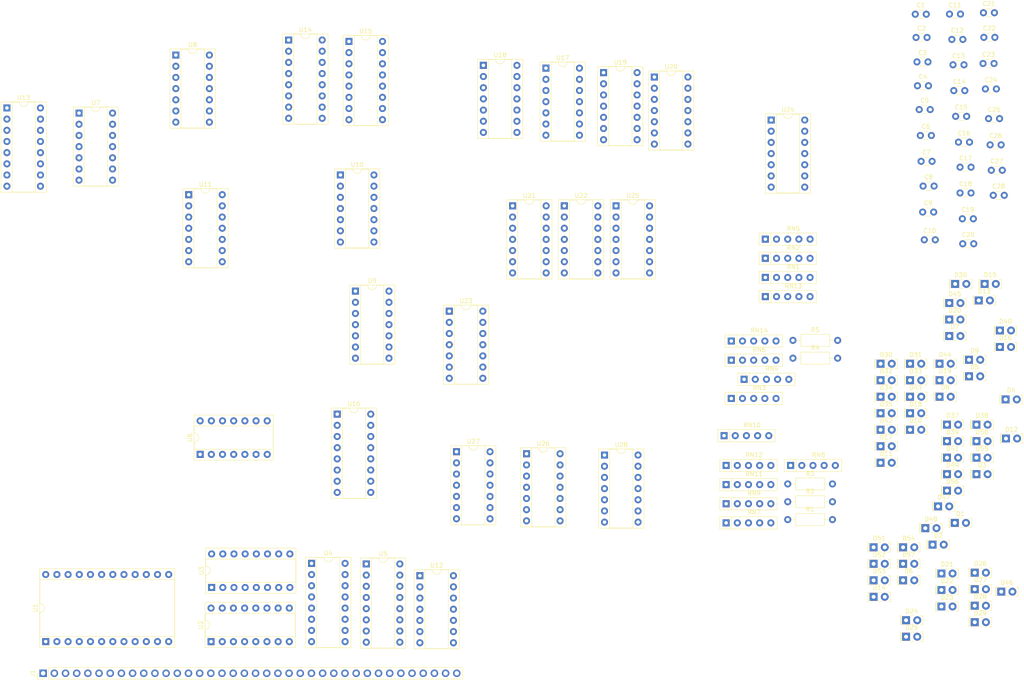
<source format=kicad_pcb>
(kicad_pcb (version 20171130) (host pcbnew "(5.1.4-0-10_14)")
  (layers (0 F.Cu signal) (31 B.Cu signal) (34 B.Paste user) (35 F.Paste user) (36 B.SilkS user) (37 F.SilkS user) (38 B.Mask user) (39 F.Mask user) (44 Edge.Cuts user))
  (net 0 "")
  (net 1 GND)
  (net 2 VCC)
  (net 3 "Net-(D1-Pad1)")
  (net 4 A3)
  (net 5 S3)
  (net 6 "Net-(D2-Pad1)")
  (net 7 "Net-(D3-Pad1)")
  (net 8 A2)
  (net 9 S2)
  (net 10 "Net-(D4-Pad1)")
  (net 11 A1)
  (net 12 "Net-(D5-Pad1)")
  (net 13 "Net-(D6-Pad1)")
  (net 14 S1)
  (net 15 "Net-(D7-Pad1)")
  (net 16 A0)
  (net 17 S0)
  (net 18 "Net-(D8-Pad1)")
  (net 19 B3)
  (net 20 "Net-(D9-Pad1)")
  (net 21 "Net-(D10-Pad1)")
  (net 22 -A3)
  (net 23 B2)
  (net 24 "Net-(D11-Pad1)")
  (net 25 "Net-(D12-Pad1)")
  (net 26 -A2)
  (net 27 "Net-(D13-Pad1)")
  (net 28 B1)
  (net 29 -A1)
  (net 30 "Net-(D14-Pad1)")
  (net 31 "Net-(D15-Pad1)")
  (net 32 B0)
  (net 33 "Net-(D16-Pad1)")
  (net 34 -A0)
  (net 35 "Net-(D17-Pad1)")
  (net 36 F3)
  (net 37 ~A3)
  (net 38 "Net-(D18-Pad1)")
  (net 39 "Net-(D19-Pad1)")
  (net 40 F2)
  (net 41 ~A2)
  (net 42 "Net-(D20-Pad1)")
  (net 43 F1)
  (net 44 "Net-(D21-Pad1)")
  (net 45 "Net-(D22-Pad1)")
  (net 46 ~A1)
  (net 47 "Net-(D23-Pad1)")
  (net 48 F0)
  (net 49 ~A0)
  (net 50 "Net-(D24-Pad1)")
  (net 51 "Net-(D25-Pad1)")
  (net 52 AORB3)
  (net 53 "Net-(D26-Pad1)")
  (net 54 AORB2)
  (net 55 AORB1)
  (net 56 "Net-(D27-Pad1)")
  (net 57 "Net-(D28-Pad1)")
  (net 58 AORB0)
  (net 59 "Net-(D29-Pad1)")
  (net 60 CF)
  (net 61 AANDB3)
  (net 62 "Net-(D30-Pad1)")
  (net 63 OF)
  (net 64 "Net-(D31-Pad1)")
  (net 65 AANDB2)
  (net 66 "Net-(D32-Pad1)")
  (net 67 "Net-(D33-Pad1)")
  (net 68 AANDB1)
  (net 69 "Net-(D34-Pad1)")
  (net 70 ZF)
  (net 71 AANDB0)
  (net 72 "Net-(D35-Pad1)")
  (net 73 "Net-(D36-Pad1)")
  (net 74 EF)
  (net 75 LF)
  (net 76 "Net-(D37-Pad1)")
  (net 77 "Net-(D38-Pad1)")
  (net 78 AXORB3)
  (net 79 "Net-(D39-Pad1)")
  (net 80 GF)
  (net 81 AXORB2)
  (net 82 "Net-(D40-Pad1)")
  (net 83 AXORB1)
  (net 84 "Net-(D41-Pad1)")
  (net 85 "Net-(D42-Pad1)")
  (net 86 AXORB0)
  (net 87 ~LDA)
  (net 88 "Net-(D43-Pad2)")
  (net 89 "Net-(D44-Pad2)")
  (net 90 ~LDB)
  (net 91 "Net-(D45-Pad2)")
  (net 92 ~LDF)
  (net 93 "Net-(D46-Pad2)")
  (net 94 ~CLF)
  (net 95 "Net-(D47-Pad2)")
  (net 96 ~ALUEN)
  (net 97 "Net-(D48-Pad2)")
  (net 98 ~OE)
  (net 99 ~FNOTA)
  (net 100 "Net-(D49-Pad2)")
  (net 101 "Net-(D50-Pad2)")
  (net 102 ~FNEGA)
  (net 103 "Net-(D51-Pad2)")
  (net 104 ~ADD)
  (net 105 ~SUB)
  (net 106 "Net-(D52-Pad2)")
  (net 107 ~CE)
  (net 108 "Net-(D53-Pad2)")
  (net 109 "Net-(D54-Pad2)")
  (net 110 ~FCMP)
  (net 111 ~FOR)
  (net 112 "Net-(D55-Pad2)")
  (net 113 "Net-(D56-Pad2)")
  (net 114 ~FAND)
  (net 115 ~FXOR)
  (net 116 "Net-(D57-Pad2)")
  (net 117 OP3)
  (net 118 OP2)
  (net 119 OP1)
  (net 120 OP0)
  (net 121 "Net-(J1-Pad19)")
  (net 122 ~RST)
  (net 123 CLK)
  (net 124 "Net-(J1-Pad22)")
  (net 125 "Net-(J1-Pad23)")
  (net 126 "Net-(J1-Pad24)")
  (net 127 "Net-(J1-Pad25)")
  (net 128 "Net-(J1-Pad26)")
  (net 129 D0)
  (net 130 D1)
  (net 131 D2)
  (net 132 D3)
  (net 133 "Net-(J1-Pad31)")
  (net 134 "Net-(J1-Pad32)")
  (net 135 "Net-(J1-Pad33)")
  (net 136 "Net-(J1-Pad34)")
  (net 137 "Net-(J1-Pad35)")
  (net 138 "Net-(J1-Pad36)")
  (net 139 "Net-(J1-Pad37)")
  (net 140 "Net-(J1-Pad38)")
  (net 141 ~FADD)
  (net 142 "Net-(U1-Pad13)")
  (net 143 ~FADDC)
  (net 144 ~FSUB)
  (net 145 "Net-(U1-Pad15)")
  (net 146 ~FSUBC)
  (net 147 "Net-(U1-Pad16)")
  (net 148 "Net-(U1-Pad17)")
  (net 149 "Net-(U1-Pad6)")
  (net 150 "Net-(U1-Pad11)")
  (net 151 ~B0)
  (net 152 ~B2)
  (net 153 ~B1)
  (net 154 ~B3)
  (net 155 "Net-(U28-Pad3)")
  (net 156 COUT)
  (net 157 "Net-(U4-Pad6)")
  (net 158 OVR)
  (net 159 "Net-(U4-Pad5)")
  (net 160 CMPG)
  (net 161 CMPL)
  (net 162 CMPE)
  (net 163 ZERO)
  (net 164 ~AORS)
  (net 165 "Net-(U13-Pad9)")
  (net 166 C4)
  (net 167 "Net-(U14-Pad2)")
  (net 168 ADD_B3)
  (net 169 "Net-(U14-Pad6)")
  (net 170 C0)
  (net 171 "Net-(U14-Pad15)")
  (net 172 "Net-(U16-Pad7)")
  (net 173 "Net-(U16-Pad6)")
  (net 174 "Net-(U16-Pad5)")
  (net 175 "Net-(U18-Pad2)")
  (net 176 "Net-(U18-Pad6)")
  (net 177 "Net-(U18-Pad3)")
  (net 178 "Net-(U18-Pad10)")
  (net 179 "Net-(U18-Pad4)")
  (net 180 "Net-(U18-Pad5)")
  (net 181 "Net-(U19-Pad1)")
  (net 182 "Net-(U19-Pad3)")
  (net 183 "Net-(U19-Pad5)")
  (net 184 "Net-(U19-Pad6)")
  (net 185 "Net-(U20-Pad10)")
  (net 186 "Net-(U22-Pad13)")
  (net 187 "Net-(U22-Pad11)")
  (net 188 "Net-(U22-Pad12)")
  (net 189 "Net-(U24-Pad6)")
  (net 190 "Net-(U27-Pad4)")
  (module Capacitor_THT:C_Disc_D3.0mm_W1.6mm_P2.50mm (layer F.Cu) (at 260.223 18.7452)
    (fp_text reference C1 (at 1.25 -2.05) (layer F.SilkS))
    (fp_text value 0.1µF)
    (pad 2 thru_hole circle (at 2.5 0) (size 1.6 1.6) (drill 0.8) (layers *.Cu *.Mask) (net 1 GND))
    (pad 1 thru_hole circle (at 0 0) (size 1.6 1.6) (drill 0.8) (layers *.Cu *.Mask) (net 2 VCC))
  )
  (module Capacitor_THT:C_Disc_D3.0mm_W1.6mm_P2.50mm (layer F.Cu) (at 260.4008 24.0284)
    (fp_text reference C2 (at 1.25 -2.05) (layer F.SilkS))
    (fp_text value 0.1µF)
    (pad 1 thru_hole circle (at 0 0) (size 1.6 1.6) (drill 0.8) (layers *.Cu *.Mask) (net 2 VCC))
    (pad 2 thru_hole circle (at 2.5 0) (size 1.6 1.6) (drill 0.8) (layers *.Cu *.Mask) (net 1 GND))
  )
  (module Capacitor_THT:C_Disc_D3.0mm_W1.6mm_P2.50mm (layer F.Cu) (at 260.6059 29.5783)
    (fp_text reference C3 (at 1.25 -2.05) (layer F.SilkS))
    (fp_text value 0.1µF)
    (pad 2 thru_hole circle (at 2.5 0) (size 1.6 1.6) (drill 0.8) (layers *.Cu *.Mask) (net 1 GND))
    (pad 1 thru_hole circle (at 0 0) (size 1.6 1.6) (drill 0.8) (layers *.Cu *.Mask) (net 2 VCC))
  )
  (module Capacitor_THT:C_Disc_D3.0mm_W1.6mm_P2.50mm (layer F.Cu) (at 260.7183 35.0012)
    (fp_text reference C4 (at 1.25 -2.05) (layer F.SilkS))
    (fp_text value 0.1µF)
    (pad 1 thru_hole circle (at 0 0) (size 1.6 1.6) (drill 0.8) (layers *.Cu *.Mask) (net 2 VCC))
    (pad 2 thru_hole circle (at 2.5 0) (size 1.6 1.6) (drill 0.8) (layers *.Cu *.Mask) (net 1 GND))
  )
  (module Capacitor_THT:C_Disc_D3.0mm_W1.6mm_P2.50mm (layer F.Cu) (at 261.112 40.4114)
    (fp_text reference C5 (at 1.25 -2.05) (layer F.SilkS))
    (fp_text value 0.1µF)
    (pad 2 thru_hole circle (at 2.5 0) (size 1.6 1.6) (drill 0.8) (layers *.Cu *.Mask) (net 1 GND))
    (pad 1 thru_hole circle (at 0 0) (size 1.6 1.6) (drill 0.8) (layers *.Cu *.Mask) (net 2 VCC))
  )
  (module Capacitor_THT:C_Disc_D3.0mm_W1.6mm_P2.50mm (layer F.Cu) (at 261.3787 46.3042)
    (fp_text reference C6 (at 1.25 -2.05) (layer F.SilkS))
    (fp_text value 0.1µF)
    (pad 2 thru_hole circle (at 2.5 0) (size 1.6 1.6) (drill 0.8) (layers *.Cu *.Mask) (net 1 GND))
    (pad 1 thru_hole circle (at 0 0) (size 1.6 1.6) (drill 0.8) (layers *.Cu *.Mask) (net 2 VCC))
  )
  (module Capacitor_THT:C_Disc_D3.0mm_W1.6mm_P2.50mm (layer F.Cu) (at 261.5457 52.1716)
    (fp_text reference C7 (at 1.25 -2.05) (layer F.SilkS))
    (fp_text value 0.1µF)
    (pad 1 thru_hole circle (at 0 0) (size 1.6 1.6) (drill 0.8) (layers *.Cu *.Mask) (net 2 VCC))
    (pad 2 thru_hole circle (at 2.5 0) (size 1.6 1.6) (drill 0.8) (layers *.Cu *.Mask) (net 1 GND))
  )
  (module Capacitor_THT:C_Disc_D3.0mm_W1.6mm_P2.50mm (layer F.Cu) (at 262.001 57.7977)
    (fp_text reference C8 (at 1.25 -2.05) (layer F.SilkS))
    (fp_text value 0.1µF)
    (pad 1 thru_hole circle (at 0 0) (size 1.6 1.6) (drill 0.8) (layers *.Cu *.Mask) (net 2 VCC))
    (pad 2 thru_hole circle (at 2.5 0) (size 1.6 1.6) (drill 0.8) (layers *.Cu *.Mask) (net 1 GND))
  )
  (module Capacitor_THT:C_Disc_D3.0mm_W1.6mm_P2.50mm (layer F.Cu) (at 261.9013 63.7032)
    (fp_text reference C9 (at 1.25 -2.05) (layer F.SilkS))
    (fp_text value 0.1µF)
    (pad 2 thru_hole circle (at 2.5 0) (size 1.6 1.6) (drill 0.8) (layers *.Cu *.Mask) (net 1 GND))
    (pad 1 thru_hole circle (at 0 0) (size 1.6 1.6) (drill 0.8) (layers *.Cu *.Mask) (net 2 VCC))
  )
  (module Capacitor_THT:C_Disc_D3.0mm_W1.6mm_P2.50mm (layer F.Cu) (at 262.2677 70.0024)
    (fp_text reference C10 (at 1.25 -2.05) (layer F.SilkS))
    (fp_text value 0.1µF)
    (pad 1 thru_hole circle (at 0 0) (size 1.6 1.6) (drill 0.8) (layers *.Cu *.Mask) (net 2 VCC))
    (pad 2 thru_hole circle (at 2.5 0) (size 1.6 1.6) (drill 0.8) (layers *.Cu *.Mask) (net 1 GND))
  )
  (module Capacitor_THT:C_Disc_D3.0mm_W1.6mm_P2.50mm (layer F.Cu) (at 267.9954 18.7198)
    (fp_text reference C11 (at 1.25 -2.05) (layer F.SilkS))
    (fp_text value 0.1µF)
    (pad 2 thru_hole circle (at 2.5 0) (size 1.6 1.6) (drill 0.8) (layers *.Cu *.Mask) (net 1 GND))
    (pad 1 thru_hole circle (at 0 0) (size 1.6 1.6) (drill 0.8) (layers *.Cu *.Mask) (net 2 VCC))
  )
  (module Capacitor_THT:C_Disc_D3.0mm_W1.6mm_P2.50mm (layer F.Cu) (at 268.5288 24.4729)
    (fp_text reference C12 (at 1.25 -2.05) (layer F.SilkS))
    (fp_text value 0.1µF)
    (pad 1 thru_hole circle (at 0 0) (size 1.6 1.6) (drill 0.8) (layers *.Cu *.Mask) (net 2 VCC))
    (pad 2 thru_hole circle (at 2.5 0) (size 1.6 1.6) (drill 0.8) (layers *.Cu *.Mask) (net 1 GND))
  )
  (module Capacitor_THT:C_Disc_D3.0mm_W1.6mm_P2.50mm (layer F.Cu) (at 268.7955 30.2387)
    (fp_text reference C13 (at 1.25 -2.05) (layer F.SilkS))
    (fp_text value 0.1µF)
    (pad 2 thru_hole circle (at 2.5 0) (size 1.6 1.6) (drill 0.8) (layers *.Cu *.Mask) (net 1 GND))
    (pad 1 thru_hole circle (at 0 0) (size 1.6 1.6) (drill 0.8) (layers *.Cu *.Mask) (net 2 VCC))
  )
  (module Capacitor_THT:C_Disc_D3.0mm_W1.6mm_P2.50mm (layer F.Cu) (at 268.9733 36.1061)
    (fp_text reference C14 (at 1.25 -2.05) (layer F.SilkS))
    (fp_text value 0.1µF)
    (pad 1 thru_hole circle (at 0 0) (size 1.6 1.6) (drill 0.8) (layers *.Cu *.Mask) (net 2 VCC))
    (pad 2 thru_hole circle (at 2.5 0) (size 1.6 1.6) (drill 0.8) (layers *.Cu *.Mask) (net 1 GND))
  )
  (module Capacitor_THT:C_Disc_D3.0mm_W1.6mm_P2.50mm (layer F.Cu) (at 269.3943 41.9481)
    (fp_text reference C15 (at 1.25 -2.05) (layer F.SilkS))
    (fp_text value 0.1µF)
    (pad 2 thru_hole circle (at 2.5 0) (size 1.6 1.6) (drill 0.8) (layers *.Cu *.Mask) (net 1 GND))
    (pad 1 thru_hole circle (at 0 0) (size 1.6 1.6) (drill 0.8) (layers *.Cu *.Mask) (net 2 VCC))
  )
  (module Capacitor_THT:C_Disc_D3.0mm_W1.6mm_P2.50mm (layer F.Cu) (at 270.0401 47.8155)
    (fp_text reference C16 (at 1.25 -2.05) (layer F.SilkS))
    (fp_text value 0.1µF)
    (pad 1 thru_hole circle (at 0 0) (size 1.6 1.6) (drill 0.8) (layers *.Cu *.Mask) (net 2 VCC))
    (pad 2 thru_hole circle (at 2.5 0) (size 1.6 1.6) (drill 0.8) (layers *.Cu *.Mask) (net 1 GND))
  )
  (module Capacitor_THT:C_Disc_D3.0mm_W1.6mm_P2.50mm (layer F.Cu) (at 270.3957 53.5051)
    (fp_text reference C17 (at 1.25 -2.05) (layer F.SilkS))
    (fp_text value 0.1µF)
    (pad 2 thru_hole circle (at 2.5 0) (size 1.6 1.6) (drill 0.8) (layers *.Cu *.Mask) (net 1 GND))
    (pad 1 thru_hole circle (at 0 0) (size 1.6 1.6) (drill 0.8) (layers *.Cu *.Mask) (net 2 VCC))
  )
  (module Capacitor_THT:C_Disc_D3.0mm_W1.6mm_P2.50mm (layer F.Cu) (at 270.3957 59.3598)
    (fp_text reference C18 (at 1.25 -2.05) (layer F.SilkS))
    (fp_text value 0.1µF)
    (pad 1 thru_hole circle (at 0 0) (size 1.6 1.6) (drill 0.8) (layers *.Cu *.Mask) (net 2 VCC))
    (pad 2 thru_hole circle (at 2.5 0) (size 1.6 1.6) (drill 0.8) (layers *.Cu *.Mask) (net 1 GND))
  )
  (module Capacitor_THT:C_Disc_D3.0mm_W1.6mm_P2.50mm (layer F.Cu) (at 270.9164 65.2272)
    (fp_text reference C19 (at 1.25 -2.05) (layer F.SilkS))
    (fp_text value 0.1µF)
    (pad 1 thru_hole circle (at 0 0) (size 1.6 1.6) (drill 0.8) (layers *.Cu *.Mask) (net 2 VCC))
    (pad 2 thru_hole circle (at 2.5 0) (size 1.6 1.6) (drill 0.8) (layers *.Cu *.Mask) (net 1 GND))
  )
  (module Capacitor_THT:C_Disc_D3.0mm_W1.6mm_P2.50mm (layer F.Cu) (at 271.0053 70.9041)
    (fp_text reference C20 (at 1.25 -2.05) (layer F.SilkS))
    (fp_text value 0.1µF)
    (pad 1 thru_hole circle (at 0 0) (size 1.6 1.6) (drill 0.8) (layers *.Cu *.Mask) (net 2 VCC))
    (pad 2 thru_hole circle (at 2.5 0) (size 1.6 1.6) (drill 0.8) (layers *.Cu *.Mask) (net 1 GND))
  )
  (module Capacitor_THT:C_Disc_D3.0mm_W1.6mm_P2.50mm (layer F.Cu) (at 275.7062 18.415)
    (fp_text reference C21 (at 1.25 -2.05) (layer F.SilkS))
    (fp_text value 0.1µF)
    (pad 2 thru_hole circle (at 2.5 0) (size 1.6 1.6) (drill 0.8) (layers *.Cu *.Mask) (net 1 GND))
    (pad 1 thru_hole circle (at 0 0) (size 1.6 1.6) (drill 0.8) (layers *.Cu *.Mask) (net 2 VCC))
  )
  (module Capacitor_THT:C_Disc_D3.0mm_W1.6mm_P2.50mm (layer F.Cu) (at 275.8059 24.003)
    (fp_text reference C22 (at 1.25 -2.05) (layer F.SilkS))
    (fp_text value 0.1µF)
    (pad 1 thru_hole circle (at 0 0) (size 1.6 1.6) (drill 0.8) (layers *.Cu *.Mask) (net 2 VCC))
    (pad 2 thru_hole circle (at 2.5 0) (size 1.6 1.6) (drill 0.8) (layers *.Cu *.Mask) (net 1 GND))
  )
  (module Capacitor_THT:C_Disc_D3.0mm_W1.6mm_P2.50mm (layer F.Cu) (at 275.6173 29.9466)
    (fp_text reference C23 (at 1.25 -2.05) (layer F.SilkS))
    (fp_text value 0.1µF)
    (pad 1 thru_hole circle (at 0 0) (size 1.6 1.6) (drill 0.8) (layers *.Cu *.Mask) (net 2 VCC))
    (pad 2 thru_hole circle (at 2.5 0) (size 1.6 1.6) (drill 0.8) (layers *.Cu *.Mask) (net 1 GND))
  )
  (module Capacitor_THT:C_Disc_D3.0mm_W1.6mm_P2.50mm (layer F.Cu) (at 276.1507 35.7251)
    (fp_text reference C24 (at 1.25 -2.05) (layer F.SilkS))
    (fp_text value 0.1µF)
    (pad 2 thru_hole circle (at 2.5 0) (size 1.6 1.6) (drill 0.8) (layers *.Cu *.Mask) (net 1 GND))
    (pad 1 thru_hole circle (at 0 0) (size 1.6 1.6) (drill 0.8) (layers *.Cu *.Mask) (net 2 VCC))
  )
  (module Capacitor_THT:C_Disc_D3.0mm_W1.6mm_P2.50mm (layer F.Cu) (at 276.8727 42.4688)
    (fp_text reference C25 (at 1.25 -2.05) (layer F.SilkS))
    (fp_text value 0.1µF)
    (pad 1 thru_hole circle (at 0 0) (size 1.6 1.6) (drill 0.8) (layers *.Cu *.Mask) (net 2 VCC))
    (pad 2 thru_hole circle (at 2.5 0) (size 1.6 1.6) (drill 0.8) (layers *.Cu *.Mask) (net 1 GND))
  )
  (module Capacitor_THT:C_Disc_D3.0mm_W1.6mm_P2.50mm (layer F.Cu) (at 277.2283 48.4251)
    (fp_text reference C26 (at 1.25 -2.05) (layer F.SilkS))
    (fp_text value 0.1µF)
    (pad 2 thru_hole circle (at 2.5 0) (size 1.6 1.6) (drill 0.8) (layers *.Cu *.Mask) (net 1 GND))
    (pad 1 thru_hole circle (at 0 0) (size 1.6 1.6) (drill 0.8) (layers *.Cu *.Mask) (net 2 VCC))
  )
  (module Capacitor_THT:C_Disc_D3.0mm_W1.6mm_P2.50mm (layer F.Cu) (at 277.495 54.2036)
    (fp_text reference C27 (at 1.25 -2.05) (layer F.SilkS))
    (fp_text value 0.1µF)
    (pad 2 thru_hole circle (at 2.5 0) (size 1.6 1.6) (drill 0.8) (layers *.Cu *.Mask) (net 1 GND))
    (pad 1 thru_hole circle (at 0 0) (size 1.6 1.6) (drill 0.8) (layers *.Cu *.Mask) (net 2 VCC))
  )
  (module Capacitor_THT:C_Disc_D3.0mm_W1.6mm_P2.50mm (layer F.Cu) (at 277.9395 59.8932)
    (fp_text reference C28 (at 1.25 -2.05) (layer F.SilkS))
    (fp_text value 0.1µF)
    (pad 2 thru_hole circle (at 2.5 0) (size 1.6 1.6) (drill 0.8) (layers *.Cu *.Mask) (net 1 GND))
    (pad 1 thru_hole circle (at 0 0) (size 1.6 1.6) (drill 0.8) (layers *.Cu *.Mask) (net 2 VCC))
  )
  (module LED_THT:LED_Rectangular_W5.0mm_H2.0mm (layer F.Cu) (at 269.202501 134.320601)
    (fp_text reference D1 (at 1.27 -2.06) (layer F.SilkS))
    (fp_text value LED)
    (pad 1 thru_hole rect (at 0 0) (size 1.8 1.8) (drill 0.9) (layers *.Cu *.Mask) (net 3 "Net-(D1-Pad1)"))
    (pad 2 thru_hole circle (at 2.54 0) (size 1.8 1.8) (drill 0.9) (layers *.Cu *.Mask) (net 4 A3))
  )
  (module LED_THT:LED_Rectangular_W5.0mm_H2.0mm (layer F.Cu) (at 264.152501 139.270601)
    (fp_text reference D2 (at 1.27 -2.06) (layer F.SilkS))
    (fp_text value LED)
    (pad 2 thru_hole circle (at 2.54 0) (size 1.8 1.8) (drill 0.9) (layers *.Cu *.Mask) (net 5 S3))
    (pad 1 thru_hole rect (at 0 0) (size 1.8 1.8) (drill 0.9) (layers *.Cu *.Mask) (net 6 "Net-(D2-Pad1)"))
  )
  (module LED_THT:LED_Rectangular_W5.0mm_H2.0mm (layer F.Cu) (at 274.120101 123.256901)
    (fp_text reference D3 (at 1.27 -2.06) (layer F.SilkS))
    (fp_text value LED)
    (pad 1 thru_hole rect (at 0 0) (size 1.8 1.8) (drill 0.9) (layers *.Cu *.Mask) (net 7 "Net-(D3-Pad1)"))
    (pad 2 thru_hole circle (at 2.54 0) (size 1.8 1.8) (drill 0.9) (layers *.Cu *.Mask) (net 8 A2))
  )
  (module LED_THT:LED_Rectangular_W5.0mm_H2.0mm (layer F.Cu) (at 280.7462 106.2609)
    (fp_text reference D4 (at 1.27 -2.06) (layer F.SilkS))
    (fp_text value LED)
    (pad 2 thru_hole circle (at 2.54 0) (size 1.8 1.8) (drill 0.9) (layers *.Cu *.Mask) (net 9 S2))
    (pad 1 thru_hole rect (at 0 0) (size 1.8 1.8) (drill 0.9) (layers *.Cu *.Mask) (net 10 "Net-(D4-Pad1)"))
  )
  (module LED_THT:LED_Rectangular_W5.0mm_H2.0mm (layer F.Cu) (at 272.437501 101.012701)
    (fp_text reference D5 (at 1.27 -2.06) (layer F.SilkS))
    (fp_text value LED)
    (pad 2 thru_hole circle (at 2.54 0) (size 1.8 1.8) (drill 0.9) (layers *.Cu *.Mask) (net 11 A1))
    (pad 1 thru_hole rect (at 0 0) (size 1.8 1.8) (drill 0.9) (layers *.Cu *.Mask) (net 12 "Net-(D5-Pad1)"))
  )
  (module LED_THT:LED_Rectangular_W5.0mm_H2.0mm (layer F.Cu) (at 257.452501 147.370601)
    (fp_text reference D6 (at 1.27 -2.06) (layer F.SilkS))
    (fp_text value LED)
    (pad 1 thru_hole rect (at 0 0) (size 1.8 1.8) (drill 0.9) (layers *.Cu *.Mask) (net 13 "Net-(D6-Pad1)"))
    (pad 2 thru_hole circle (at 2.54 0) (size 1.8 1.8) (drill 0.9) (layers *.Cu *.Mask) (net 14 S1))
  )
  (module LED_THT:LED_Rectangular_W5.0mm_H2.0mm (layer F.Cu) (at 267.940401 91.876101)
    (fp_text reference D7 (at 1.27 -2.06) (layer F.SilkS))
    (fp_text value LED)
    (pad 1 thru_hole rect (at 0 0) (size 1.8 1.8) (drill 0.9) (layers *.Cu *.Mask) (net 15 "Net-(D7-Pad1)"))
    (pad 2 thru_hole circle (at 2.54 0) (size 1.8 1.8) (drill 0.9) (layers *.Cu *.Mask) (net 16 A0))
  )
  (module LED_THT:LED_Rectangular_W5.0mm_H2.0mm (layer F.Cu) (at 265.737501 105.662701)
    (fp_text reference D8 (at 1.27 -2.06) (layer F.SilkS))
    (fp_text value LED)
    (pad 2 thru_hole circle (at 2.54 0) (size 1.8 1.8) (drill 0.9) (layers *.Cu *.Mask) (net 17 S0))
    (pad 1 thru_hole rect (at 0 0) (size 1.8 1.8) (drill 0.9) (layers *.Cu *.Mask) (net 18 "Net-(D8-Pad1)"))
  )
  (module LED_THT:LED_Rectangular_W5.0mm_H2.0mm (layer F.Cu) (at 272.437501 97.262701)
    (fp_text reference D9 (at 1.27 -2.06) (layer F.SilkS))
    (fp_text value LED)
    (pad 2 thru_hole circle (at 2.54 0) (size 1.8 1.8) (drill 0.9) (layers *.Cu *.Mask) (net 19 B3))
    (pad 1 thru_hole rect (at 0 0) (size 1.8 1.8) (drill 0.9) (layers *.Cu *.Mask) (net 20 "Net-(D9-Pad1)"))
  )
  (module LED_THT:LED_Rectangular_W5.0mm_H2.0mm (layer F.Cu) (at 259.037501 113.162701)
    (fp_text reference D10 (at 1.27 -2.06) (layer F.SilkS))
    (fp_text value LED)
    (pad 1 thru_hole rect (at 0 0) (size 1.8 1.8) (drill 0.9) (layers *.Cu *.Mask) (net 21 "Net-(D10-Pad1)"))
    (pad 2 thru_hole circle (at 2.54 0) (size 1.8 1.8) (drill 0.9) (layers *.Cu *.Mask) (net 22 -A3))
  )
  (module LED_THT:LED_Rectangular_W5.0mm_H2.0mm (layer F.Cu) (at 252.337501 120.662701)
    (fp_text reference D11 (at 1.27 -2.06) (layer F.SilkS))
    (fp_text value LED)
    (pad 2 thru_hole circle (at 2.54 0) (size 1.8 1.8) (drill 0.9) (layers *.Cu *.Mask) (net 23 B2))
    (pad 1 thru_hole rect (at 0 0) (size 1.8 1.8) (drill 0.9) (layers *.Cu *.Mask) (net 24 "Net-(D11-Pad1)"))
  )
  (module LED_THT:LED_Rectangular_W5.0mm_H2.0mm (layer F.Cu) (at 280.820101 115.156901)
    (fp_text reference D12 (at 1.27 -2.06) (layer F.SilkS))
    (fp_text value LED)
    (pad 1 thru_hole rect (at 0 0) (size 1.8 1.8) (drill 0.9) (layers *.Cu *.Mask) (net 25 "Net-(D12-Pad1)"))
    (pad 2 thru_hole circle (at 2.54 0) (size 1.8 1.8) (drill 0.9) (layers *.Cu *.Mask) (net 26 -A2))
  )
  (module LED_THT:LED_Rectangular_W5.0mm_H2.0mm (layer F.Cu) (at 274.640401 83.776101)
    (fp_text reference D13 (at 1.27 -2.06) (layer F.SilkS))
    (fp_text value LED)
    (pad 1 thru_hole rect (at 0 0) (size 1.8 1.8) (drill 0.9) (layers *.Cu *.Mask) (net 27 "Net-(D13-Pad1)"))
    (pad 2 thru_hole circle (at 2.54 0) (size 1.8 1.8) (drill 0.9) (layers *.Cu *.Mask) (net 28 B1))
  )
  (module LED_THT:LED_Rectangular_W5.0mm_H2.0mm (layer F.Cu) (at 250.752501 151.120601)
    (fp_text reference D14 (at 1.27 -2.06) (layer F.SilkS))
    (fp_text value LED)
    (pad 2 thru_hole circle (at 2.54 0) (size 1.8 1.8) (drill 0.9) (layers *.Cu *.Mask) (net 29 -A1))
    (pad 1 thru_hole rect (at 0 0) (size 1.8 1.8) (drill 0.9) (layers *.Cu *.Mask) (net 30 "Net-(D14-Pad1)"))
  )
  (module LED_THT:LED_Rectangular_W5.0mm_H2.0mm (layer F.Cu) (at 275.980401 80.026101)
    (fp_text reference D15 (at 1.27 -2.06) (layer F.SilkS))
    (fp_text value LED)
    (pad 1 thru_hole rect (at 0 0) (size 1.8 1.8) (drill 0.9) (layers *.Cu *.Mask) (net 31 "Net-(D15-Pad1)"))
    (pad 2 thru_hole circle (at 2.54 0) (size 1.8 1.8) (drill 0.9) (layers *.Cu *.Mask) (net 32 B0))
  )
  (module LED_THT:LED_Rectangular_W5.0mm_H2.0mm (layer F.Cu) (at 279.441201 94.350801)
    (fp_text reference D16 (at 1.27 -2.06) (layer F.SilkS))
    (fp_text value LED)
    (pad 1 thru_hole rect (at 0 0) (size 1.8 1.8) (drill 0.9) (layers *.Cu *.Mask) (net 33 "Net-(D16-Pad1)"))
    (pad 2 thru_hole circle (at 2.54 0) (size 1.8 1.8) (drill 0.9) (layers *.Cu *.Mask) (net 34 -A0))
  )
  (module LED_THT:LED_Rectangular_W5.0mm_H2.0mm (layer F.Cu) (at 252.337501 116.912701)
    (fp_text reference D17 (at 1.27 -2.06) (layer F.SilkS))
    (fp_text value LED)
    (pad 1 thru_hole rect (at 0 0) (size 1.8 1.8) (drill 0.9) (layers *.Cu *.Mask) (net 35 "Net-(D17-Pad1)"))
    (pad 2 thru_hole circle (at 2.54 0) (size 1.8 1.8) (drill 0.9) (layers *.Cu *.Mask) (net 36 F3))
  )
  (module LED_THT:LED_Rectangular_W5.0mm_H2.0mm (layer F.Cu) (at 259.037501 109.412701)
    (fp_text reference D18 (at 1.27 -2.06) (layer F.SilkS))
    (fp_text value LED)
    (pad 2 thru_hole circle (at 2.54 0) (size 1.8 1.8) (drill 0.9) (layers *.Cu *.Mask) (net 37 ~A3))
    (pad 1 thru_hole rect (at 0 0) (size 1.8 1.8) (drill 0.9) (layers *.Cu *.Mask) (net 38 "Net-(D18-Pad1)"))
  )
  (module LED_THT:LED_Rectangular_W5.0mm_H2.0mm (layer F.Cu) (at 265.737501 101.912701)
    (fp_text reference D19 (at 1.27 -2.06) (layer F.SilkS))
    (fp_text value LED)
    (pad 1 thru_hole rect (at 0 0) (size 1.8 1.8) (drill 0.9) (layers *.Cu *.Mask) (net 39 "Net-(D19-Pad1)"))
    (pad 2 thru_hole circle (at 2.54 0) (size 1.8 1.8) (drill 0.9) (layers *.Cu *.Mask) (net 40 F2))
  )
  (module LED_THT:LED_Rectangular_W5.0mm_H2.0mm (layer F.Cu) (at 267.940401 88.126101)
    (fp_text reference D20 (at 1.27 -2.06) (layer F.SilkS))
    (fp_text value LED)
    (pad 2 thru_hole circle (at 2.54 0) (size 1.8 1.8) (drill 0.9) (layers *.Cu *.Mask) (net 41 ~A2))
    (pad 1 thru_hole rect (at 0 0) (size 1.8 1.8) (drill 0.9) (layers *.Cu *.Mask) (net 42 "Net-(D20-Pad1)"))
  )
  (module LED_THT:LED_Rectangular_W5.0mm_H2.0mm (layer F.Cu) (at 266.158401 145.817601)
    (fp_text reference D21 (at 1.27 -2.06) (layer F.SilkS))
    (fp_text value LED)
    (pad 2 thru_hole circle (at 2.54 0) (size 1.8 1.8) (drill 0.9) (layers *.Cu *.Mask) (net 43 F1))
    (pad 1 thru_hole rect (at 0 0) (size 1.8 1.8) (drill 0.9) (layers *.Cu *.Mask) (net 44 "Net-(D21-Pad1)"))
  )
  (module LED_THT:LED_Rectangular_W5.0mm_H2.0mm (layer F.Cu) (at 266.158401 149.567601)
    (fp_text reference D22 (at 1.27 -2.06) (layer F.SilkS))
    (fp_text value LED)
    (pad 1 thru_hole rect (at 0 0) (size 1.8 1.8) (drill 0.9) (layers *.Cu *.Mask) (net 45 "Net-(D22-Pad1)"))
    (pad 2 thru_hole circle (at 2.54 0) (size 1.8 1.8) (drill 0.9) (layers *.Cu *.Mask) (net 46 ~A1))
  )
  (module LED_THT:LED_Rectangular_W5.0mm_H2.0mm (layer F.Cu) (at 266.158401 153.317601)
    (fp_text reference D23 (at 1.27 -2.06) (layer F.SilkS))
    (fp_text value LED)
    (pad 1 thru_hole rect (at 0 0) (size 1.8 1.8) (drill 0.9) (layers *.Cu *.Mask) (net 47 "Net-(D23-Pad1)"))
    (pad 2 thru_hole circle (at 2.54 0) (size 1.8 1.8) (drill 0.9) (layers *.Cu *.Mask) (net 48 F0))
  )
  (module LED_THT:LED_Rectangular_W5.0mm_H2.0mm (layer F.Cu) (at 258.129501 156.440301)
    (fp_text reference D24 (at 1.27 -2.06) (layer F.SilkS))
    (fp_text value LED)
    (pad 2 thru_hole circle (at 2.54 0) (size 1.8 1.8) (drill 0.9) (layers *.Cu *.Mask) (net 49 ~A0))
    (pad 1 thru_hole rect (at 0 0) (size 1.8 1.8) (drill 0.9) (layers *.Cu *.Mask) (net 50 "Net-(D24-Pad1)"))
  )
  (module LED_THT:LED_Rectangular_W5.0mm_H2.0mm (layer F.Cu) (at 258.129501 160.190301)
    (fp_text reference D25 (at 1.27 -2.06) (layer F.SilkS))
    (fp_text value LED)
    (pad 1 thru_hole rect (at 0 0) (size 1.8 1.8) (drill 0.9) (layers *.Cu *.Mask) (net 51 "Net-(D25-Pad1)"))
    (pad 2 thru_hole circle (at 2.54 0) (size 1.8 1.8) (drill 0.9) (layers *.Cu *.Mask) (net 52 AORB3))
  )
  (module LED_THT:LED_Rectangular_W5.0mm_H2.0mm (layer F.Cu) (at 273.730101 145.639901)
    (fp_text reference D26 (at 1.27 -2.06) (layer F.SilkS))
    (fp_text value LED)
    (pad 1 thru_hole rect (at 0 0) (size 1.8 1.8) (drill 0.9) (layers *.Cu *.Mask) (net 53 "Net-(D26-Pad1)"))
    (pad 2 thru_hole circle (at 2.54 0) (size 1.8 1.8) (drill 0.9) (layers *.Cu *.Mask) (net 54 AORB2))
  )
  (module LED_THT:LED_Rectangular_W5.0mm_H2.0mm (layer F.Cu) (at 273.730101 149.389901)
    (fp_text reference D27 (at 1.27 -2.06) (layer F.SilkS))
    (fp_text value LED)
    (pad 2 thru_hole circle (at 2.54 0) (size 1.8 1.8) (drill 0.9) (layers *.Cu *.Mask) (net 55 AORB1))
    (pad 1 thru_hole rect (at 0 0) (size 1.8 1.8) (drill 0.9) (layers *.Cu *.Mask) (net 56 "Net-(D27-Pad1)"))
  )
  (module LED_THT:LED_Rectangular_W5.0mm_H2.0mm (layer F.Cu) (at 273.730101 153.139901)
    (fp_text reference D28 (at 1.27 -2.06) (layer F.SilkS))
    (fp_text value LED)
    (pad 1 thru_hole rect (at 0 0) (size 1.8 1.8) (drill 0.9) (layers *.Cu *.Mask) (net 57 "Net-(D28-Pad1)"))
    (pad 2 thru_hole circle (at 2.54 0) (size 1.8 1.8) (drill 0.9) (layers *.Cu *.Mask) (net 58 AORB0))
  )
  (module LED_THT:LED_Rectangular_W5.0mm_H2.0mm (layer F.Cu) (at 273.730101 156.889901)
    (fp_text reference D29 (at 1.27 -2.06) (layer F.SilkS))
    (fp_text value LED)
    (pad 1 thru_hole rect (at 0 0) (size 1.8 1.8) (drill 0.9) (layers *.Cu *.Mask) (net 59 "Net-(D29-Pad1)"))
    (pad 2 thru_hole circle (at 2.54 0) (size 1.8 1.8) (drill 0.9) (layers *.Cu *.Mask) (net 60 CF))
  )
  (module LED_THT:LED_Rectangular_W5.0mm_H2.0mm (layer F.Cu) (at 252.337501 98.162701)
    (fp_text reference D30 (at 1.27 -2.06) (layer F.SilkS))
    (fp_text value LED)
    (pad 2 thru_hole circle (at 2.54 0) (size 1.8 1.8) (drill 0.9) (layers *.Cu *.Mask) (net 61 AANDB3))
    (pad 1 thru_hole rect (at 0 0) (size 1.8 1.8) (drill 0.9) (layers *.Cu *.Mask) (net 62 "Net-(D30-Pad1)"))
  )
  (module LED_THT:LED_Rectangular_W5.0mm_H2.0mm (layer F.Cu) (at 259.037501 98.162701)
    (fp_text reference D31 (at 1.27 -2.06) (layer F.SilkS))
    (fp_text value LED)
    (pad 2 thru_hole circle (at 2.54 0) (size 1.8 1.8) (drill 0.9) (layers *.Cu *.Mask) (net 63 OF))
    (pad 1 thru_hole rect (at 0 0) (size 1.8 1.8) (drill 0.9) (layers *.Cu *.Mask) (net 64 "Net-(D31-Pad1)"))
  )
  (module LED_THT:LED_Rectangular_W5.0mm_H2.0mm (layer F.Cu) (at 252.337501 101.912701)
    (fp_text reference D32 (at 1.27 -2.06) (layer F.SilkS))
    (fp_text value LED)
    (pad 2 thru_hole circle (at 2.54 0) (size 1.8 1.8) (drill 0.9) (layers *.Cu *.Mask) (net 65 AANDB2))
    (pad 1 thru_hole rect (at 0 0) (size 1.8 1.8) (drill 0.9) (layers *.Cu *.Mask) (net 66 "Net-(D32-Pad1)"))
  )
  (module LED_THT:LED_Rectangular_W5.0mm_H2.0mm (layer F.Cu) (at 259.037501 101.912701)
    (fp_text reference D33 (at 1.27 -2.06) (layer F.SilkS))
    (fp_text value LED)
    (pad 1 thru_hole rect (at 0 0) (size 1.8 1.8) (drill 0.9) (layers *.Cu *.Mask) (net 67 "Net-(D33-Pad1)"))
    (pad 2 thru_hole circle (at 2.54 0) (size 1.8 1.8) (drill 0.9) (layers *.Cu *.Mask) (net 68 AANDB1))
  )
  (module LED_THT:LED_Rectangular_W5.0mm_H2.0mm (layer F.Cu) (at 252.337501 105.662701)
    (fp_text reference D34 (at 1.27 -2.06) (layer F.SilkS))
    (fp_text value LED)
    (pad 1 thru_hole rect (at 0 0) (size 1.8 1.8) (drill 0.9) (layers *.Cu *.Mask) (net 69 "Net-(D34-Pad1)"))
    (pad 2 thru_hole circle (at 2.54 0) (size 1.8 1.8) (drill 0.9) (layers *.Cu *.Mask) (net 70 ZF))
  )
  (module LED_THT:LED_Rectangular_W5.0mm_H2.0mm (layer F.Cu) (at 252.337501 109.412701)
    (fp_text reference D35 (at 1.27 -2.06) (layer F.SilkS))
    (fp_text value LED)
    (pad 2 thru_hole circle (at 2.54 0) (size 1.8 1.8) (drill 0.9) (layers *.Cu *.Mask) (net 71 AANDB0))
    (pad 1 thru_hole rect (at 0 0) (size 1.8 1.8) (drill 0.9) (layers *.Cu *.Mask) (net 72 "Net-(D35-Pad1)"))
  )
  (module LED_THT:LED_Rectangular_W5.0mm_H2.0mm (layer F.Cu) (at 269.280401 80.026101)
    (fp_text reference D36 (at 1.27 -2.06) (layer F.SilkS))
    (fp_text value LED)
    (pad 1 thru_hole rect (at 0 0) (size 1.8 1.8) (drill 0.9) (layers *.Cu *.Mask) (net 73 "Net-(D36-Pad1)"))
    (pad 2 thru_hole circle (at 2.54 0) (size 1.8 1.8) (drill 0.9) (layers *.Cu *.Mask) (net 74 EF))
  )
  (module LED_THT:LED_Rectangular_W5.0mm_H2.0mm (layer F.Cu) (at 267.420101 112.006901)
    (fp_text reference D37 (at 1.27 -2.06) (layer F.SilkS))
    (fp_text value LED)
    (pad 2 thru_hole circle (at 2.54 0) (size 1.8 1.8) (drill 0.9) (layers *.Cu *.Mask) (net 75 LF))
    (pad 1 thru_hole rect (at 0 0) (size 1.8 1.8) (drill 0.9) (layers *.Cu *.Mask) (net 76 "Net-(D37-Pad1)"))
  )
  (module LED_THT:LED_Rectangular_W5.0mm_H2.0mm (layer F.Cu) (at 274.120101 112.006901)
    (fp_text reference D38 (at 1.27 -2.06) (layer F.SilkS))
    (fp_text value LED)
    (pad 1 thru_hole rect (at 0 0) (size 1.8 1.8) (drill 0.9) (layers *.Cu *.Mask) (net 77 "Net-(D38-Pad1)"))
    (pad 2 thru_hole circle (at 2.54 0) (size 1.8 1.8) (drill 0.9) (layers *.Cu *.Mask) (net 78 AXORB3))
  )
  (module LED_THT:LED_Rectangular_W5.0mm_H2.0mm (layer F.Cu) (at 267.420101 115.756901)
    (fp_text reference D39 (at 1.27 -2.06) (layer F.SilkS))
    (fp_text value LED)
    (pad 1 thru_hole rect (at 0 0) (size 1.8 1.8) (drill 0.9) (layers *.Cu *.Mask) (net 79 "Net-(D39-Pad1)"))
    (pad 2 thru_hole circle (at 2.54 0) (size 1.8 1.8) (drill 0.9) (layers *.Cu *.Mask) (net 80 GF))
  )
  (module LED_THT:LED_Rectangular_W5.0mm_H2.0mm (layer F.Cu) (at 279.441201 90.600801)
    (fp_text reference D40 (at 1.27 -2.06) (layer F.SilkS))
    (fp_text value LED)
    (pad 2 thru_hole circle (at 2.54 0) (size 1.8 1.8) (drill 0.9) (layers *.Cu *.Mask) (net 81 AXORB2))
    (pad 1 thru_hole rect (at 0 0) (size 1.8 1.8) (drill 0.9) (layers *.Cu *.Mask) (net 82 "Net-(D40-Pad1)"))
  )
  (module LED_THT:LED_Rectangular_W5.0mm_H2.0mm (layer F.Cu) (at 267.420101 119.506901)
    (fp_text reference D41 (at 1.27 -2.06) (layer F.SilkS))
    (fp_text value LED)
    (pad 2 thru_hole circle (at 2.54 0) (size 1.8 1.8) (drill 0.9) (layers *.Cu *.Mask) (net 83 AXORB1))
    (pad 1 thru_hole rect (at 0 0) (size 1.8 1.8) (drill 0.9) (layers *.Cu *.Mask) (net 84 "Net-(D41-Pad1)"))
  )
  (module LED_THT:LED_Rectangular_W5.0mm_H2.0mm (layer F.Cu) (at 252.337501 113.162701)
    (fp_text reference D42 (at 1.27 -2.06) (layer F.SilkS))
    (fp_text value LED)
    (pad 1 thru_hole rect (at 0 0) (size 1.8 1.8) (drill 0.9) (layers *.Cu *.Mask) (net 85 "Net-(D42-Pad1)"))
    (pad 2 thru_hole circle (at 2.54 0) (size 1.8 1.8) (drill 0.9) (layers *.Cu *.Mask) (net 86 AXORB0))
  )
  (module LED_THT:LED_Rectangular_W5.0mm_H2.0mm (layer F.Cu) (at 259.037501 105.662701)
    (fp_text reference D43 (at 1.27 -2.06) (layer F.SilkS))
    (fp_text value LED)
    (pad 1 thru_hole rect (at 0 0) (size 1.8 1.8) (drill 0.9) (layers *.Cu *.Mask) (net 87 ~LDA))
    (pad 2 thru_hole circle (at 2.54 0) (size 1.8 1.8) (drill 0.9) (layers *.Cu *.Mask) (net 88 "Net-(D43-Pad2)"))
  )
  (module LED_THT:LED_Rectangular_W5.0mm_H2.0mm (layer F.Cu) (at 265.737501 98.162701)
    (fp_text reference D44 (at 1.27 -2.06) (layer F.SilkS))
    (fp_text value LED)
    (pad 2 thru_hole circle (at 2.54 0) (size 1.8 1.8) (drill 0.9) (layers *.Cu *.Mask) (net 89 "Net-(D44-Pad2)"))
    (pad 1 thru_hole rect (at 0 0) (size 1.8 1.8) (drill 0.9) (layers *.Cu *.Mask) (net 90 ~LDB))
  )
  (module LED_THT:LED_Rectangular_W5.0mm_H2.0mm (layer F.Cu) (at 267.940401 84.376101)
    (fp_text reference D45 (at 1.27 -2.06) (layer F.SilkS))
    (fp_text value LED)
    (pad 2 thru_hole circle (at 2.54 0) (size 1.8 1.8) (drill 0.9) (layers *.Cu *.Mask) (net 91 "Net-(D45-Pad2)"))
    (pad 1 thru_hole rect (at 0 0) (size 1.8 1.8) (drill 0.9) (layers *.Cu *.Mask) (net 92 ~LDF))
  )
  (module LED_THT:LED_Rectangular_W5.0mm_H2.0mm (layer F.Cu) (at 279.7556 149.9489)
    (fp_text reference D46 (at 1.27 -2.06) (layer F.SilkS))
    (fp_text value LED)
    (pad 2 thru_hole circle (at 2.54 0) (size 1.8 1.8) (drill 0.9) (layers *.Cu *.Mask) (net 93 "Net-(D46-Pad2)"))
    (pad 1 thru_hole rect (at 0 0) (size 1.8 1.8) (drill 0.9) (layers *.Cu *.Mask) (net 94 ~CLF))
  )
  (module LED_THT:LED_Rectangular_W5.0mm_H2.0mm (layer F.Cu) (at 265.402501 130.570601)
    (fp_text reference D47 (at 1.27 -2.06) (layer F.SilkS))
    (fp_text value LED)
    (pad 2 thru_hole circle (at 2.54 0) (size 1.8 1.8) (drill 0.9) (layers *.Cu *.Mask) (net 95 "Net-(D47-Pad2)"))
    (pad 1 thru_hole rect (at 0 0) (size 1.8 1.8) (drill 0.9) (layers *.Cu *.Mask) (net 96 ~ALUEN))
  )
  (module LED_THT:LED_Rectangular_W5.0mm_H2.0mm (layer F.Cu) (at 262.502501 135.520601)
    (fp_text reference D48 (at 1.27 -2.06) (layer F.SilkS))
    (fp_text value LED)
    (pad 2 thru_hole circle (at 2.54 0) (size 1.8 1.8) (drill 0.9) (layers *.Cu *.Mask) (net 97 "Net-(D48-Pad2)"))
    (pad 1 thru_hole rect (at 0 0) (size 1.8 1.8) (drill 0.9) (layers *.Cu *.Mask) (net 98 ~OE))
  )
  (module LED_THT:LED_Rectangular_W5.0mm_H2.0mm (layer F.Cu) (at 267.420101 123.256901)
    (fp_text reference D49 (at 1.27 -2.06) (layer F.SilkS))
    (fp_text value LED)
    (pad 1 thru_hole rect (at 0 0) (size 1.8 1.8) (drill 0.9) (layers *.Cu *.Mask) (net 99 ~FNOTA))
    (pad 2 thru_hole circle (at 2.54 0) (size 1.8 1.8) (drill 0.9) (layers *.Cu *.Mask) (net 100 "Net-(D49-Pad2)"))
  )
  (module LED_THT:LED_Rectangular_W5.0mm_H2.0mm (layer F.Cu) (at 274.120101 115.756901)
    (fp_text reference D50 (at 1.27 -2.06) (layer F.SilkS))
    (fp_text value LED)
    (pad 2 thru_hole circle (at 2.54 0) (size 1.8 1.8) (drill 0.9) (layers *.Cu *.Mask) (net 101 "Net-(D50-Pad2)"))
    (pad 1 thru_hole rect (at 0 0) (size 1.8 1.8) (drill 0.9) (layers *.Cu *.Mask) (net 102 ~FNEGA))
  )
  (module LED_THT:LED_Rectangular_W5.0mm_H2.0mm (layer F.Cu) (at 250.752501 139.870601)
    (fp_text reference D51 (at 1.27 -2.06) (layer F.SilkS))
    (fp_text value LED)
    (pad 2 thru_hole circle (at 2.54 0) (size 1.8 1.8) (drill 0.9) (layers *.Cu *.Mask) (net 103 "Net-(D51-Pad2)"))
    (pad 1 thru_hole rect (at 0 0) (size 1.8 1.8) (drill 0.9) (layers *.Cu *.Mask) (net 104 ~ADD))
  )
  (module LED_THT:LED_Rectangular_W5.0mm_H2.0mm (layer F.Cu) (at 250.752501 143.620601)
    (fp_text reference D52 (at 1.27 -2.06) (layer F.SilkS))
    (fp_text value LED)
    (pad 1 thru_hole rect (at 0 0) (size 1.8 1.8) (drill 0.9) (layers *.Cu *.Mask) (net 105 ~SUB))
    (pad 2 thru_hole circle (at 2.54 0) (size 1.8 1.8) (drill 0.9) (layers *.Cu *.Mask) (net 106 "Net-(D52-Pad2)"))
  )
  (module LED_THT:LED_Rectangular_W5.0mm_H2.0mm (layer F.Cu) (at 250.752501 147.370601)
    (fp_text reference D53 (at 1.27 -2.06) (layer F.SilkS))
    (fp_text value LED)
    (pad 1 thru_hole rect (at 0 0) (size 1.8 1.8) (drill 0.9) (layers *.Cu *.Mask) (net 107 ~CE))
    (pad 2 thru_hole circle (at 2.54 0) (size 1.8 1.8) (drill 0.9) (layers *.Cu *.Mask) (net 108 "Net-(D53-Pad2)"))
  )
  (module LED_THT:LED_Rectangular_W5.0mm_H2.0mm (layer F.Cu) (at 257.452501 139.870601)
    (fp_text reference D54 (at 1.27 -2.06) (layer F.SilkS))
    (fp_text value LED)
    (pad 2 thru_hole circle (at 2.54 0) (size 1.8 1.8) (drill 0.9) (layers *.Cu *.Mask) (net 109 "Net-(D54-Pad2)"))
    (pad 1 thru_hole rect (at 0 0) (size 1.8 1.8) (drill 0.9) (layers *.Cu *.Mask) (net 110 ~FCMP))
  )
  (module LED_THT:LED_Rectangular_W5.0mm_H2.0mm (layer F.Cu) (at 274.120101 119.506901)
    (fp_text reference D55 (at 1.27 -2.06) (layer F.SilkS))
    (fp_text value LED)
    (pad 1 thru_hole rect (at 0 0) (size 1.8 1.8) (drill 0.9) (layers *.Cu *.Mask) (net 111 ~FOR))
    (pad 2 thru_hole circle (at 2.54 0) (size 1.8 1.8) (drill 0.9) (layers *.Cu *.Mask) (net 112 "Net-(D55-Pad2)"))
  )
  (module LED_THT:LED_Rectangular_W5.0mm_H2.0mm (layer F.Cu) (at 267.420101 127.006901)
    (fp_text reference D56 (at 1.27 -2.06) (layer F.SilkS))
    (fp_text value LED)
    (pad 2 thru_hole circle (at 2.54 0) (size 1.8 1.8) (drill 0.9) (layers *.Cu *.Mask) (net 113 "Net-(D56-Pad2)"))
    (pad 1 thru_hole rect (at 0 0) (size 1.8 1.8) (drill 0.9) (layers *.Cu *.Mask) (net 114 ~FAND))
  )
  (module LED_THT:LED_Rectangular_W5.0mm_H2.0mm (layer F.Cu) (at 257.452501 143.620601)
    (fp_text reference D57 (at 1.27 -2.06) (layer F.SilkS))
    (fp_text value LED)
    (pad 1 thru_hole rect (at 0 0) (size 1.8 1.8) (drill 0.9) (layers *.Cu *.Mask) (net 115 ~FXOR))
    (pad 2 thru_hole circle (at 2.54 0) (size 1.8 1.8) (drill 0.9) (layers *.Cu *.Mask) (net 116 "Net-(D57-Pad2)"))
  )
  (module Connector_PinHeader_2.54mm:PinHeader_1x38_P2.54mm_Vertical (layer F.Cu) (at 62.0649 168.4909 90)
    (fp_text reference J1 (at 0 -2.33 90) (layer F.SilkS))
    (fp_text value Conn_01x38)
    (pad 1 thru_hole rect (at 0 0 90) (size 1.7 1.7) (drill 1) (layers *.Cu *.Mask) (net 117 OP3))
    (pad 2 thru_hole oval (at 0 2.54 90) (size 1.7 1.7) (drill 1) (layers *.Cu *.Mask) (net 118 OP2))
    (pad 3 thru_hole oval (at 0 5.08 90) (size 1.7 1.7) (drill 1) (layers *.Cu *.Mask) (net 119 OP1))
    (pad 4 thru_hole oval (at 0 7.62 90) (size 1.7 1.7) (drill 1) (layers *.Cu *.Mask) (net 120 OP0))
    (pad 5 thru_hole oval (at 0 10.16 90) (size 1.7 1.7) (drill 1) (layers *.Cu *.Mask) (net 96 ~ALUEN))
    (pad 6 thru_hole oval (at 0 12.7 90) (size 1.7 1.7) (drill 1) (layers *.Cu *.Mask) (net 87 ~LDA))
    (pad 7 thru_hole oval (at 0 15.24 90) (size 1.7 1.7) (drill 1) (layers *.Cu *.Mask) (net 90 ~LDB))
    (pad 8 thru_hole oval (at 0 17.78 90) (size 1.7 1.7) (drill 1) (layers *.Cu *.Mask) (net 92 ~LDF))
    (pad 9 thru_hole oval (at 0 20.32 90) (size 1.7 1.7) (drill 1) (layers *.Cu *.Mask) (net 94 ~CLF))
    (pad 10 thru_hole oval (at 0 22.86 90) (size 1.7 1.7) (drill 1) (layers *.Cu *.Mask) (net 98 ~OE))
    (pad 11 thru_hole oval (at 0 25.4 90) (size 1.7 1.7) (drill 1) (layers *.Cu *.Mask) (net 60 CF))
    (pad 12 thru_hole oval (at 0 27.94 90) (size 1.7 1.7) (drill 1) (layers *.Cu *.Mask) (net 63 OF))
    (pad 13 thru_hole oval (at 0 30.48 90) (size 1.7 1.7) (drill 1) (layers *.Cu *.Mask) (net 70 ZF))
    (pad 14 thru_hole oval (at 0 33.02 90) (size 1.7 1.7) (drill 1) (layers *.Cu *.Mask) (net 74 EF))
    (pad 15 thru_hole oval (at 0 35.56 90) (size 1.7 1.7) (drill 1) (layers *.Cu *.Mask) (net 75 LF))
    (pad 16 thru_hole oval (at 0 38.1 90) (size 1.7 1.7) (drill 1) (layers *.Cu *.Mask) (net 80 GF))
    (pad 17 thru_hole oval (at 0 40.64 90) (size 1.7 1.7) (drill 1) (layers *.Cu *.Mask) (net 1 GND))
    (pad 18 thru_hole oval (at 0 43.18 90) (size 1.7 1.7) (drill 1) (layers *.Cu *.Mask) (net 2 VCC))
    (pad 19 thru_hole oval (at 0 45.72 90) (size 1.7 1.7) (drill 1) (layers *.Cu *.Mask) (net 121 "Net-(J1-Pad19)"))
    (pad 20 thru_hole oval (at 0 48.26 90) (size 1.7 1.7) (drill 1) (layers *.Cu *.Mask) (net 122 ~RST))
    (pad 21 thru_hole oval (at 0 50.8 90) (size 1.7 1.7) (drill 1) (layers *.Cu *.Mask) (net 123 CLK))
    (pad 22 thru_hole oval (at 0 53.34 90) (size 1.7 1.7) (drill 1) (layers *.Cu *.Mask) (net 124 "Net-(J1-Pad22)"))
    (pad 23 thru_hole oval (at 0 55.88 90) (size 1.7 1.7) (drill 1) (layers *.Cu *.Mask) (net 125 "Net-(J1-Pad23)"))
    (pad 24 thru_hole oval (at 0 58.42 90) (size 1.7 1.7) (drill 1) (layers *.Cu *.Mask) (net 126 "Net-(J1-Pad24)"))
    (pad 25 thru_hole oval (at 0 60.96 90) (size 1.7 1.7) (drill 1) (layers *.Cu *.Mask) (net 127 "Net-(J1-Pad25)"))
    (pad 26 thru_hole oval (at 0 63.5 90) (size 1.7 1.7) (drill 1) (layers *.Cu *.Mask) (net 128 "Net-(J1-Pad26)"))
    (pad 27 thru_hole oval (at 0 66.04 90) (size 1.7 1.7) (drill 1) (layers *.Cu *.Mask) (net 129 D0))
    (pad 28 thru_hole oval (at 0 68.58 90) (size 1.7 1.7) (drill 1) (layers *.Cu *.Mask) (net 130 D1))
    (pad 29 thru_hole oval (at 0 71.12 90) (size 1.7 1.7) (drill 1) (layers *.Cu *.Mask) (net 131 D2))
    (pad 30 thru_hole oval (at 0 73.66 90) (size 1.7 1.7) (drill 1) (layers *.Cu *.Mask) (net 132 D3))
    (pad 31 thru_hole oval (at 0 76.2 90) (size 1.7 1.7) (drill 1) (layers *.Cu *.Mask) (net 133 "Net-(J1-Pad31)"))
    (pad 32 thru_hole oval (at 0 78.74 90) (size 1.7 1.7) (drill 1) (layers *.Cu *.Mask) (net 134 "Net-(J1-Pad32)"))
    (pad 33 thru_hole oval (at 0 81.28 90) (size 1.7 1.7) (drill 1) (layers *.Cu *.Mask) (net 135 "Net-(J1-Pad33)"))
    (pad 34 thru_hole oval (at 0 83.82 90) (size 1.7 1.7) (drill 1) (layers *.Cu *.Mask) (net 136 "Net-(J1-Pad34)"))
    (pad 35 thru_hole oval (at 0 86.36 90) (size 1.7 1.7) (drill 1) (layers *.Cu *.Mask) (net 137 "Net-(J1-Pad35)"))
    (pad 36 thru_hole oval (at 0 88.9 90) (size 1.7 1.7) (drill 1) (layers *.Cu *.Mask) (net 138 "Net-(J1-Pad36)"))
    (pad 37 thru_hole oval (at 0 91.44 90) (size 1.7 1.7) (drill 1) (layers *.Cu *.Mask) (net 139 "Net-(J1-Pad37)"))
    (pad 38 thru_hole oval (at 0 93.98 90) (size 1.7 1.7) (drill 1) (layers *.Cu *.Mask) (net 140 "Net-(J1-Pad38)"))
  )
  (module Resistor_THT:R_Axial_DIN0207_L6.3mm_D2.5mm_P10.16mm_Horizontal (layer F.Cu) (at 231.245001 133.570901)
    (fp_text reference R1 (at 5.08 -2.37) (layer F.SilkS))
    (fp_text value 470Ω)
    (pad 1 thru_hole circle (at 0 0) (size 1.6 1.6) (drill 0.8) (layers *.Cu *.Mask) (net 59 "Net-(D29-Pad1)"))
    (pad 2 thru_hole oval (at 10.16 0) (size 1.6 1.6) (drill 0.8) (layers *.Cu *.Mask) (net 1 GND))
  )
  (module Resistor_THT:R_Axial_DIN0207_L6.3mm_D2.5mm_P10.16mm_Horizontal (layer F.Cu) (at 231.245001 129.520901)
    (fp_text reference R2 (at 5.08 -2.37) (layer F.SilkS))
    (fp_text value 470Ω)
    (pad 2 thru_hole oval (at 10.16 0) (size 1.6 1.6) (drill 0.8) (layers *.Cu *.Mask) (net 1 GND))
    (pad 1 thru_hole circle (at 0 0) (size 1.6 1.6) (drill 0.8) (layers *.Cu *.Mask) (net 64 "Net-(D31-Pad1)"))
  )
  (module Resistor_THT:R_Axial_DIN0207_L6.3mm_D2.5mm_P10.16mm_Horizontal (layer F.Cu) (at 231.245001 125.470901)
    (fp_text reference R3 (at 5.08 -2.37) (layer F.SilkS))
    (fp_text value 470Ω)
    (pad 1 thru_hole circle (at 0 0) (size 1.6 1.6) (drill 0.8) (layers *.Cu *.Mask) (net 95 "Net-(D47-Pad2)"))
    (pad 2 thru_hole oval (at 10.16 0) (size 1.6 1.6) (drill 0.8) (layers *.Cu *.Mask) (net 2 VCC))
  )
  (module Resistor_THT:R_Axial_DIN0207_L6.3mm_D2.5mm_P10.16mm_Horizontal (layer F.Cu) (at 232.424201 96.901801)
    (fp_text reference R4 (at 5.08 -2.37) (layer F.SilkS))
    (fp_text value 470Ω)
    (pad 2 thru_hole oval (at 10.16 0) (size 1.6 1.6) (drill 0.8) (layers *.Cu *.Mask) (net 2 VCC))
    (pad 1 thru_hole circle (at 0 0) (size 1.6 1.6) (drill 0.8) (layers *.Cu *.Mask) (net 97 "Net-(D48-Pad2)"))
  )
  (module Resistor_THT:R_Axial_DIN0207_L6.3mm_D2.5mm_P10.16mm_Horizontal (layer F.Cu) (at 232.424201 92.851801)
    (fp_text reference R5 (at 5.08 -2.37) (layer F.SilkS))
    (fp_text value 470Ω)
    (pad 1 thru_hole circle (at 0 0) (size 1.6 1.6) (drill 0.8) (layers *.Cu *.Mask) (net 116 "Net-(D57-Pad2)"))
    (pad 2 thru_hole oval (at 10.16 0) (size 1.6 1.6) (drill 0.8) (layers *.Cu *.Mask) (net 2 VCC))
  )
  (module Resistor_THT:R_Array_SIP5 (layer F.Cu) (at 226.156001 78.555201)
    (fp_text reference RN1 (at 6.35 -2.4) (layer F.SilkS))
    (fp_text value 470Ω)
    (pad 5 thru_hole oval (at 10.16 0) (size 1.6 1.6) (drill 0.8) (layers *.Cu *.Mask) (net 3 "Net-(D1-Pad1)"))
    (pad 4 thru_hole oval (at 7.62 0) (size 1.6 1.6) (drill 0.8) (layers *.Cu *.Mask) (net 7 "Net-(D3-Pad1)"))
    (pad 3 thru_hole oval (at 5.08 0) (size 1.6 1.6) (drill 0.8) (layers *.Cu *.Mask) (net 12 "Net-(D5-Pad1)"))
    (pad 2 thru_hole oval (at 2.54 0) (size 1.6 1.6) (drill 0.8) (layers *.Cu *.Mask) (net 15 "Net-(D7-Pad1)"))
    (pad 1 thru_hole rect (at 0 0) (size 1.6 1.6) (drill 0.8) (layers *.Cu *.Mask) (net 1 GND))
  )
  (module Resistor_THT:R_Array_SIP5 (layer F.Cu) (at 226.156001 74.205201)
    (fp_text reference RN2 (at 6.35 -2.4) (layer F.SilkS))
    (fp_text value 470Ω)
    (pad 1 thru_hole rect (at 0 0) (size 1.6 1.6) (drill 0.8) (layers *.Cu *.Mask) (net 1 GND))
    (pad 2 thru_hole oval (at 2.54 0) (size 1.6 1.6) (drill 0.8) (layers *.Cu *.Mask) (net 18 "Net-(D8-Pad1)"))
    (pad 3 thru_hole oval (at 5.08 0) (size 1.6 1.6) (drill 0.8) (layers *.Cu *.Mask) (net 13 "Net-(D6-Pad1)"))
    (pad 4 thru_hole oval (at 7.62 0) (size 1.6 1.6) (drill 0.8) (layers *.Cu *.Mask) (net 10 "Net-(D4-Pad1)"))
    (pad 5 thru_hole oval (at 10.16 0) (size 1.6 1.6) (drill 0.8) (layers *.Cu *.Mask) (net 6 "Net-(D2-Pad1)"))
  )
  (module Resistor_THT:R_Array_SIP5 (layer F.Cu) (at 218.424201 106.051801)
    (fp_text reference RN3 (at 6.35 -2.4) (layer F.SilkS))
    (fp_text value 470Ω)
    (pad 1 thru_hole rect (at 0 0) (size 1.6 1.6) (drill 0.8) (layers *.Cu *.Mask) (net 1 GND))
    (pad 2 thru_hole oval (at 2.54 0) (size 1.6 1.6) (drill 0.8) (layers *.Cu *.Mask) (net 31 "Net-(D15-Pad1)"))
    (pad 3 thru_hole oval (at 5.08 0) (size 1.6 1.6) (drill 0.8) (layers *.Cu *.Mask) (net 27 "Net-(D13-Pad1)"))
    (pad 4 thru_hole oval (at 7.62 0) (size 1.6 1.6) (drill 0.8) (layers *.Cu *.Mask) (net 24 "Net-(D11-Pad1)"))
    (pad 5 thru_hole oval (at 10.16 0) (size 1.6 1.6) (drill 0.8) (layers *.Cu *.Mask) (net 20 "Net-(D9-Pad1)"))
  )
  (module Resistor_THT:R_Array_SIP5 (layer F.Cu) (at 221.324201 101.701801)
    (fp_text reference RN4 (at 6.35 -2.4) (layer F.SilkS))
    (fp_text value 470Ω)
    (pad 5 thru_hole oval (at 10.16 0) (size 1.6 1.6) (drill 0.8) (layers *.Cu *.Mask) (net 21 "Net-(D10-Pad1)"))
    (pad 4 thru_hole oval (at 7.62 0) (size 1.6 1.6) (drill 0.8) (layers *.Cu *.Mask) (net 25 "Net-(D12-Pad1)"))
    (pad 3 thru_hole oval (at 5.08 0) (size 1.6 1.6) (drill 0.8) (layers *.Cu *.Mask) (net 30 "Net-(D14-Pad1)"))
    (pad 2 thru_hole oval (at 2.54 0) (size 1.6 1.6) (drill 0.8) (layers *.Cu *.Mask) (net 33 "Net-(D16-Pad1)"))
    (pad 1 thru_hole rect (at 0 0) (size 1.6 1.6) (drill 0.8) (layers *.Cu *.Mask) (net 1 GND))
  )
  (module Resistor_THT:R_Array_SIP5 (layer F.Cu) (at 226.156001 69.855201)
    (fp_text reference RN5 (at 6.35 -2.4) (layer F.SilkS))
    (fp_text value 470Ω)
    (pad 5 thru_hole oval (at 10.16 0) (size 1.6 1.6) (drill 0.8) (layers *.Cu *.Mask) (net 35 "Net-(D17-Pad1)"))
    (pad 4 thru_hole oval (at 7.62 0) (size 1.6 1.6) (drill 0.8) (layers *.Cu *.Mask) (net 39 "Net-(D19-Pad1)"))
    (pad 3 thru_hole oval (at 5.08 0) (size 1.6 1.6) (drill 0.8) (layers *.Cu *.Mask) (net 44 "Net-(D21-Pad1)"))
    (pad 2 thru_hole oval (at 2.54 0) (size 1.6 1.6) (drill 0.8) (layers *.Cu *.Mask) (net 47 "Net-(D23-Pad1)"))
    (pad 1 thru_hole rect (at 0 0) (size 1.6 1.6) (drill 0.8) (layers *.Cu *.Mask) (net 1 GND))
  )
  (module Resistor_THT:R_Array_SIP5 (layer F.Cu) (at 218.424201 97.351801)
    (fp_text reference RN6 (at 6.35 -2.4) (layer F.SilkS))
    (fp_text value 470Ω)
    (pad 1 thru_hole rect (at 0 0) (size 1.6 1.6) (drill 0.8) (layers *.Cu *.Mask) (net 1 GND))
    (pad 2 thru_hole oval (at 2.54 0) (size 1.6 1.6) (drill 0.8) (layers *.Cu *.Mask) (net 50 "Net-(D24-Pad1)"))
    (pad 3 thru_hole oval (at 5.08 0) (size 1.6 1.6) (drill 0.8) (layers *.Cu *.Mask) (net 45 "Net-(D22-Pad1)"))
    (pad 4 thru_hole oval (at 7.62 0) (size 1.6 1.6) (drill 0.8) (layers *.Cu *.Mask) (net 42 "Net-(D20-Pad1)"))
    (pad 5 thru_hole oval (at 10.16 0) (size 1.6 1.6) (drill 0.8) (layers *.Cu *.Mask) (net 38 "Net-(D18-Pad1)"))
  )
  (module Resistor_THT:R_Array_SIP5 (layer F.Cu) (at 217.245001 134.320901)
    (fp_text reference RN7 (at 6.35 -2.4) (layer F.SilkS))
    (fp_text value 10kΩ)
    (pad 1 thru_hole rect (at 0 0) (size 1.6 1.6) (drill 0.8) (layers *.Cu *.Mask) (net 1 GND))
    (pad 2 thru_hole oval (at 2.54 0) (size 1.6 1.6) (drill 0.8) (layers *.Cu *.Mask) (net 48 F0))
    (pad 3 thru_hole oval (at 5.08 0) (size 1.6 1.6) (drill 0.8) (layers *.Cu *.Mask) (net 43 F1))
    (pad 4 thru_hole oval (at 7.62 0) (size 1.6 1.6) (drill 0.8) (layers *.Cu *.Mask) (net 40 F2))
    (pad 5 thru_hole oval (at 10.16 0) (size 1.6 1.6) (drill 0.8) (layers *.Cu *.Mask) (net 36 F3))
  )
  (module Resistor_THT:R_Array_SIP5 (layer F.Cu) (at 231.895001 121.270901)
    (fp_text reference RN8 (at 6.35 -2.4) (layer F.SilkS))
    (fp_text value 470Ω)
    (pad 5 thru_hole oval (at 10.16 0) (size 1.6 1.6) (drill 0.8) (layers *.Cu *.Mask) (net 51 "Net-(D25-Pad1)"))
    (pad 4 thru_hole oval (at 7.62 0) (size 1.6 1.6) (drill 0.8) (layers *.Cu *.Mask) (net 53 "Net-(D26-Pad1)"))
    (pad 3 thru_hole oval (at 5.08 0) (size 1.6 1.6) (drill 0.8) (layers *.Cu *.Mask) (net 56 "Net-(D27-Pad1)"))
    (pad 2 thru_hole oval (at 2.54 0) (size 1.6 1.6) (drill 0.8) (layers *.Cu *.Mask) (net 57 "Net-(D28-Pad1)"))
    (pad 1 thru_hole rect (at 0 0) (size 1.6 1.6) (drill 0.8) (layers *.Cu *.Mask) (net 1 GND))
  )
  (module Resistor_THT:R_Array_SIP5 (layer F.Cu) (at 217.245001 129.970901)
    (fp_text reference RN9 (at 6.35 -2.4) (layer F.SilkS))
    (fp_text value 470Ω)
    (pad 1 thru_hole rect (at 0 0) (size 1.6 1.6) (drill 0.8) (layers *.Cu *.Mask) (net 1 GND))
    (pad 2 thru_hole oval (at 2.54 0) (size 1.6 1.6) (drill 0.8) (layers *.Cu *.Mask) (net 72 "Net-(D35-Pad1)"))
    (pad 3 thru_hole oval (at 5.08 0) (size 1.6 1.6) (drill 0.8) (layers *.Cu *.Mask) (net 67 "Net-(D33-Pad1)"))
    (pad 4 thru_hole oval (at 7.62 0) (size 1.6 1.6) (drill 0.8) (layers *.Cu *.Mask) (net 66 "Net-(D32-Pad1)"))
    (pad 5 thru_hole oval (at 10.16 0) (size 1.6 1.6) (drill 0.8) (layers *.Cu *.Mask) (net 62 "Net-(D30-Pad1)"))
  )
  (module Resistor_THT:R_Array_SIP5 (layer F.Cu) (at 216.7763 114.5032)
    (fp_text reference RN10 (at 6.35 -2.4) (layer F.SilkS))
    (fp_text value 470Ω)
    (pad 5 thru_hole oval (at 10.16 0) (size 1.6 1.6) (drill 0.8) (layers *.Cu *.Mask) (net 69 "Net-(D34-Pad1)"))
    (pad 4 thru_hole oval (at 7.62 0) (size 1.6 1.6) (drill 0.8) (layers *.Cu *.Mask) (net 73 "Net-(D36-Pad1)"))
    (pad 3 thru_hole oval (at 5.08 0) (size 1.6 1.6) (drill 0.8) (layers *.Cu *.Mask) (net 76 "Net-(D37-Pad1)"))
    (pad 2 thru_hole oval (at 2.54 0) (size 1.6 1.6) (drill 0.8) (layers *.Cu *.Mask) (net 79 "Net-(D39-Pad1)"))
    (pad 1 thru_hole rect (at 0 0) (size 1.6 1.6) (drill 0.8) (layers *.Cu *.Mask) (net 1 GND))
  )
  (module Resistor_THT:R_Array_SIP5 (layer F.Cu) (at 217.245001 125.620901)
    (fp_text reference RN11 (at 6.35 -2.4) (layer F.SilkS))
    (fp_text value 470Ω)
    (pad 5 thru_hole oval (at 10.16 0) (size 1.6 1.6) (drill 0.8) (layers *.Cu *.Mask) (net 77 "Net-(D38-Pad1)"))
    (pad 4 thru_hole oval (at 7.62 0) (size 1.6 1.6) (drill 0.8) (layers *.Cu *.Mask) (net 82 "Net-(D40-Pad1)"))
    (pad 3 thru_hole oval (at 5.08 0) (size 1.6 1.6) (drill 0.8) (layers *.Cu *.Mask) (net 84 "Net-(D41-Pad1)"))
    (pad 2 thru_hole oval (at 2.54 0) (size 1.6 1.6) (drill 0.8) (layers *.Cu *.Mask) (net 85 "Net-(D42-Pad1)"))
    (pad 1 thru_hole rect (at 0 0) (size 1.6 1.6) (drill 0.8) (layers *.Cu *.Mask) (net 1 GND))
  )
  (module Resistor_THT:R_Array_SIP5 (layer F.Cu) (at 217.245001 121.270901)
    (fp_text reference RN12 (at 6.35 -2.4) (layer F.SilkS))
    (fp_text value 470Ω)
    (pad 1 thru_hole rect (at 0 0) (size 1.6 1.6) (drill 0.8) (layers *.Cu *.Mask) (net 2 VCC))
    (pad 2 thru_hole oval (at 2.54 0) (size 1.6 1.6) (drill 0.8) (layers *.Cu *.Mask) (net 93 "Net-(D46-Pad2)"))
    (pad 3 thru_hole oval (at 5.08 0) (size 1.6 1.6) (drill 0.8) (layers *.Cu *.Mask) (net 91 "Net-(D45-Pad2)"))
    (pad 4 thru_hole oval (at 7.62 0) (size 1.6 1.6) (drill 0.8) (layers *.Cu *.Mask) (net 89 "Net-(D44-Pad2)"))
    (pad 5 thru_hole oval (at 10.16 0) (size 1.6 1.6) (drill 0.8) (layers *.Cu *.Mask) (net 88 "Net-(D43-Pad2)"))
  )
  (module Resistor_THT:R_Array_SIP5 (layer F.Cu) (at 226.156001 82.905201)
    (fp_text reference RN13 (at 6.35 -2.4) (layer F.SilkS))
    (fp_text value 470Ω)
    (pad 5 thru_hole oval (at 10.16 0) (size 1.6 1.6) (drill 0.8) (layers *.Cu *.Mask) (net 100 "Net-(D49-Pad2)"))
    (pad 4 thru_hole oval (at 7.62 0) (size 1.6 1.6) (drill 0.8) (layers *.Cu *.Mask) (net 101 "Net-(D50-Pad2)"))
    (pad 3 thru_hole oval (at 5.08 0) (size 1.6 1.6) (drill 0.8) (layers *.Cu *.Mask) (net 103 "Net-(D51-Pad2)"))
    (pad 2 thru_hole oval (at 2.54 0) (size 1.6 1.6) (drill 0.8) (layers *.Cu *.Mask) (net 106 "Net-(D52-Pad2)"))
    (pad 1 thru_hole rect (at 0 0) (size 1.6 1.6) (drill 0.8) (layers *.Cu *.Mask) (net 2 VCC))
  )
  (module Resistor_THT:R_Array_SIP5 (layer F.Cu) (at 218.424201 93.001801)
    (fp_text reference RN14 (at 6.35 -2.4) (layer F.SilkS))
    (fp_text value 470Ω)
    (pad 1 thru_hole rect (at 0 0) (size 1.6 1.6) (drill 0.8) (layers *.Cu *.Mask) (net 2 VCC))
    (pad 2 thru_hole oval (at 2.54 0) (size 1.6 1.6) (drill 0.8) (layers *.Cu *.Mask) (net 113 "Net-(D56-Pad2)"))
    (pad 3 thru_hole oval (at 5.08 0) (size 1.6 1.6) (drill 0.8) (layers *.Cu *.Mask) (net 112 "Net-(D55-Pad2)"))
    (pad 4 thru_hole oval (at 7.62 0) (size 1.6 1.6) (drill 0.8) (layers *.Cu *.Mask) (net 109 "Net-(D54-Pad2)"))
    (pad 5 thru_hole oval (at 10.16 0) (size 1.6 1.6) (drill 0.8) (layers *.Cu *.Mask) (net 108 "Net-(D53-Pad2)"))
  )
  (module Package_DIP:DIP-24_W15.24mm_Socket (layer F.Cu) (at 62.6491 161.29 90)
    (fp_text reference U1 (at 7.62 -2.33 90) (layer F.SilkS))
    (fp_text value 74LS154)
    (pad 1 thru_hole rect (at 0 0 90) (size 1.6 1.6) (drill 0.8) (layers *.Cu *.Mask) (net 141 ~FADD))
    (pad 13 thru_hole oval (at 15.24 27.94 90) (size 1.6 1.6) (drill 0.8) (layers *.Cu *.Mask) (net 142 "Net-(U1-Pad13)"))
    (pad 2 thru_hole oval (at 0 2.54 90) (size 1.6 1.6) (drill 0.8) (layers *.Cu *.Mask) (net 143 ~FADDC))
    (pad 14 thru_hole oval (at 15.24 25.4 90) (size 1.6 1.6) (drill 0.8) (layers *.Cu *.Mask) (net 110 ~FCMP))
    (pad 3 thru_hole oval (at 0 5.08 90) (size 1.6 1.6) (drill 0.8) (layers *.Cu *.Mask) (net 144 ~FSUB))
    (pad 15 thru_hole oval (at 15.24 22.86 90) (size 1.6 1.6) (drill 0.8) (layers *.Cu *.Mask) (net 145 "Net-(U1-Pad15)"))
    (pad 4 thru_hole oval (at 0 7.62 90) (size 1.6 1.6) (drill 0.8) (layers *.Cu *.Mask) (net 146 ~FSUBC))
    (pad 16 thru_hole oval (at 15.24 20.32 90) (size 1.6 1.6) (drill 0.8) (layers *.Cu *.Mask) (net 147 "Net-(U1-Pad16)"))
    (pad 5 thru_hole oval (at 0 10.16 90) (size 1.6 1.6) (drill 0.8) (layers *.Cu *.Mask) (net 102 ~FNEGA))
    (pad 17 thru_hole oval (at 15.24 17.78 90) (size 1.6 1.6) (drill 0.8) (layers *.Cu *.Mask) (net 148 "Net-(U1-Pad17)"))
    (pad 6 thru_hole oval (at 0 12.7 90) (size 1.6 1.6) (drill 0.8) (layers *.Cu *.Mask) (net 149 "Net-(U1-Pad6)"))
    (pad 18 thru_hole oval (at 15.24 15.24 90) (size 1.6 1.6) (drill 0.8) (layers *.Cu *.Mask) (net 96 ~ALUEN))
    (pad 7 thru_hole oval (at 0 15.24 90) (size 1.6 1.6) (drill 0.8) (layers *.Cu *.Mask) (net 111 ~FOR))
    (pad 19 thru_hole oval (at 15.24 12.7 90) (size 1.6 1.6) (drill 0.8) (layers *.Cu *.Mask) (net 96 ~ALUEN))
    (pad 8 thru_hole oval (at 0 17.78 90) (size 1.6 1.6) (drill 0.8) (layers *.Cu *.Mask) (net 114 ~FAND))
    (pad 20 thru_hole oval (at 15.24 10.16 90) (size 1.6 1.6) (drill 0.8) (layers *.Cu *.Mask) (net 117 OP3))
    (pad 9 thru_hole oval (at 0 20.32 90) (size 1.6 1.6) (drill 0.8) (layers *.Cu *.Mask) (net 115 ~FXOR))
    (pad 21 thru_hole oval (at 15.24 7.62 90) (size 1.6 1.6) (drill 0.8) (layers *.Cu *.Mask) (net 118 OP2))
    (pad 10 thru_hole oval (at 0 22.86 90) (size 1.6 1.6) (drill 0.8) (layers *.Cu *.Mask) (net 99 ~FNOTA))
    (pad 22 thru_hole oval (at 15.24 5.08 90) (size 1.6 1.6) (drill 0.8) (layers *.Cu *.Mask) (net 119 OP1))
    (pad 11 thru_hole oval (at 0 25.4 90) (size 1.6 1.6) (drill 0.8) (layers *.Cu *.Mask) (net 150 "Net-(U1-Pad11)"))
    (pad 23 thru_hole oval (at 15.24 2.54 90) (size 1.6 1.6) (drill 0.8) (layers *.Cu *.Mask) (net 120 OP0))
    (pad 12 thru_hole oval (at 0 27.94 90) (size 1.6 1.6) (drill 0.8) (layers *.Cu *.Mask) (net 1 GND))
    (pad 24 thru_hole oval (at 15.24 0 90) (size 1.6 1.6) (drill 0.8) (layers *.Cu *.Mask) (net 2 VCC))
  )
  (module Package_DIP:DIP-16_W7.62mm_Socket (layer F.Cu) (at 100.2157 161.3027 90)
    (fp_text reference U2 (at 3.81 -2.33 90) (layer F.SilkS))
    (fp_text value 74LS379)
    (pad 16 thru_hole oval (at 7.62 0 90) (size 1.6 1.6) (drill 0.8) (layers *.Cu *.Mask) (net 2 VCC))
    (pad 8 thru_hole oval (at 0 17.78 90) (size 1.6 1.6) (drill 0.8) (layers *.Cu *.Mask) (net 1 GND))
    (pad 15 thru_hole oval (at 7.62 2.54 90) (size 1.6 1.6) (drill 0.8) (layers *.Cu *.Mask) (net 4 A3))
    (pad 7 thru_hole oval (at 0 15.24 90) (size 1.6 1.6) (drill 0.8) (layers *.Cu *.Mask) (net 11 A1))
    (pad 14 thru_hole oval (at 7.62 5.08 90) (size 1.6 1.6) (drill 0.8) (layers *.Cu *.Mask) (net 37 ~A3))
    (pad 6 thru_hole oval (at 0 12.7 90) (size 1.6 1.6) (drill 0.8) (layers *.Cu *.Mask) (net 46 ~A1))
    (pad 13 thru_hole oval (at 7.62 7.62 90) (size 1.6 1.6) (drill 0.8) (layers *.Cu *.Mask) (net 132 D3))
    (pad 5 thru_hole oval (at 0 10.16 90) (size 1.6 1.6) (drill 0.8) (layers *.Cu *.Mask) (net 130 D1))
    (pad 12 thru_hole oval (at 7.62 10.16 90) (size 1.6 1.6) (drill 0.8) (layers *.Cu *.Mask) (net 131 D2))
    (pad 4 thru_hole oval (at 0 7.62 90) (size 1.6 1.6) (drill 0.8) (layers *.Cu *.Mask) (net 129 D0))
    (pad 11 thru_hole oval (at 7.62 12.7 90) (size 1.6 1.6) (drill 0.8) (layers *.Cu *.Mask) (net 41 ~A2))
    (pad 3 thru_hole oval (at 0 5.08 90) (size 1.6 1.6) (drill 0.8) (layers *.Cu *.Mask) (net 49 ~A0))
    (pad 10 thru_hole oval (at 7.62 15.24 90) (size 1.6 1.6) (drill 0.8) (layers *.Cu *.Mask) (net 8 A2))
    (pad 2 thru_hole oval (at 0 2.54 90) (size 1.6 1.6) (drill 0.8) (layers *.Cu *.Mask) (net 16 A0))
    (pad 9 thru_hole oval (at 7.62 17.78 90) (size 1.6 1.6) (drill 0.8) (layers *.Cu *.Mask) (net 123 CLK))
    (pad 1 thru_hole rect (at 0 0 90) (size 1.6 1.6) (drill 0.8) (layers *.Cu *.Mask) (net 87 ~LDA))
  )
  (module Package_DIP:DIP-16_W7.62mm_Socket (layer F.Cu) (at 100.3427 148.9964 90)
    (fp_text reference U3 (at 3.81 -2.33 90) (layer F.SilkS))
    (fp_text value 74LS379)
    (pad 1 thru_hole rect (at 0 0 90) (size 1.6 1.6) (drill 0.8) (layers *.Cu *.Mask) (net 90 ~LDB))
    (pad 9 thru_hole oval (at 7.62 17.78 90) (size 1.6 1.6) (drill 0.8) (layers *.Cu *.Mask) (net 123 CLK))
    (pad 2 thru_hole oval (at 0 2.54 90) (size 1.6 1.6) (drill 0.8) (layers *.Cu *.Mask) (net 32 B0))
    (pad 10 thru_hole oval (at 7.62 15.24 90) (size 1.6 1.6) (drill 0.8) (layers *.Cu *.Mask) (net 23 B2))
    (pad 3 thru_hole oval (at 0 5.08 90) (size 1.6 1.6) (drill 0.8) (layers *.Cu *.Mask) (net 151 ~B0))
    (pad 11 thru_hole oval (at 7.62 12.7 90) (size 1.6 1.6) (drill 0.8) (layers *.Cu *.Mask) (net 152 ~B2))
    (pad 4 thru_hole oval (at 0 7.62 90) (size 1.6 1.6) (drill 0.8) (layers *.Cu *.Mask) (net 129 D0))
    (pad 12 thru_hole oval (at 7.62 10.16 90) (size 1.6 1.6) (drill 0.8) (layers *.Cu *.Mask) (net 131 D2))
    (pad 5 thru_hole oval (at 0 10.16 90) (size 1.6 1.6) (drill 0.8) (layers *.Cu *.Mask) (net 130 D1))
    (pad 13 thru_hole oval (at 7.62 7.62 90) (size 1.6 1.6) (drill 0.8) (layers *.Cu *.Mask) (net 132 D3))
    (pad 6 thru_hole oval (at 0 12.7 90) (size 1.6 1.6) (drill 0.8) (layers *.Cu *.Mask) (net 153 ~B1))
    (pad 14 thru_hole oval (at 7.62 5.08 90) (size 1.6 1.6) (drill 0.8) (layers *.Cu *.Mask) (net 154 ~B3))
    (pad 7 thru_hole oval (at 0 15.24 90) (size 1.6 1.6) (drill 0.8) (layers *.Cu *.Mask) (net 28 B1))
    (pad 15 thru_hole oval (at 7.62 2.54 90) (size 1.6 1.6) (drill 0.8) (layers *.Cu *.Mask) (net 19 B3))
    (pad 8 thru_hole oval (at 0 17.78 90) (size 1.6 1.6) (drill 0.8) (layers *.Cu *.Mask) (net 1 GND))
    (pad 16 thru_hole oval (at 7.62 0 90) (size 1.6 1.6) (drill 0.8) (layers *.Cu *.Mask) (net 2 VCC))
  )
  (module Package_DIP:DIP-16_W7.62mm_Socket (layer F.Cu) (at 123.0503 143.5227)
    (fp_text reference U4 (at 3.81 -2.33) (layer F.SilkS))
    (fp_text value 74LS173)
    (pad 16 thru_hole oval (at 7.62 0) (size 1.6 1.6) (drill 0.8) (layers *.Cu *.Mask) (net 2 VCC))
    (pad 8 thru_hole oval (at 0 17.78) (size 1.6 1.6) (drill 0.8) (layers *.Cu *.Mask) (net 1 GND))
    (pad 15 thru_hole oval (at 7.62 2.54) (size 1.6 1.6) (drill 0.8) (layers *.Cu *.Mask) (net 155 "Net-(U28-Pad3)"))
    (pad 7 thru_hole oval (at 0 15.24) (size 1.6 1.6) (drill 0.8) (layers *.Cu *.Mask) (net 123 CLK))
    (pad 14 thru_hole oval (at 7.62 5.08) (size 1.6 1.6) (drill 0.8) (layers *.Cu *.Mask) (net 156 COUT))
    (pad 6 thru_hole oval (at 0 12.7) (size 1.6 1.6) (drill 0.8) (layers *.Cu *.Mask) (net 157 "Net-(U4-Pad6)"))
    (pad 13 thru_hole oval (at 7.62 7.62) (size 1.6 1.6) (drill 0.8) (layers *.Cu *.Mask) (net 158 OVR))
    (pad 5 thru_hole oval (at 0 10.16) (size 1.6 1.6) (drill 0.8) (layers *.Cu *.Mask) (net 159 "Net-(U4-Pad5)"))
    (pad 12 thru_hole oval (at 7.62 10.16) (size 1.6 1.6) (drill 0.8) (layers *.Cu *.Mask) (net 1 GND))
    (pad 4 thru_hole oval (at 0 7.62) (size 1.6 1.6) (drill 0.8) (layers *.Cu *.Mask) (net 63 OF))
    (pad 11 thru_hole oval (at 7.62 12.7) (size 1.6 1.6) (drill 0.8) (layers *.Cu *.Mask) (net 1 GND))
    (pad 3 thru_hole oval (at 0 5.08) (size 1.6 1.6) (drill 0.8) (layers *.Cu *.Mask) (net 60 CF))
    (pad 10 thru_hole oval (at 7.62 15.24) (size 1.6 1.6) (drill 0.8) (layers *.Cu *.Mask) (net 92 ~LDF))
    (pad 2 thru_hole oval (at 0 2.54) (size 1.6 1.6) (drill 0.8) (layers *.Cu *.Mask) (net 1 GND))
    (pad 9 thru_hole oval (at 7.62 17.78) (size 1.6 1.6) (drill 0.8) (layers *.Cu *.Mask) (net 92 ~LDF))
    (pad 1 thru_hole rect (at 0 0) (size 1.6 1.6) (drill 0.8) (layers *.Cu *.Mask) (net 1 GND))
  )
  (module Package_DIP:DIP-16_W7.62mm_Socket (layer F.Cu) (at 135.4836 143.6497)
    (fp_text reference U5 (at 3.81 -2.33) (layer F.SilkS))
    (fp_text value 74LS173)
    (pad 1 thru_hole rect (at 0 0) (size 1.6 1.6) (drill 0.8) (layers *.Cu *.Mask) (net 1 GND))
    (pad 9 thru_hole oval (at 7.62 17.78) (size 1.6 1.6) (drill 0.8) (layers *.Cu *.Mask) (net 92 ~LDF))
    (pad 2 thru_hole oval (at 0 2.54) (size 1.6 1.6) (drill 0.8) (layers *.Cu *.Mask) (net 1 GND))
    (pad 10 thru_hole oval (at 7.62 15.24) (size 1.6 1.6) (drill 0.8) (layers *.Cu *.Mask) (net 92 ~LDF))
    (pad 3 thru_hole oval (at 0 5.08) (size 1.6 1.6) (drill 0.8) (layers *.Cu *.Mask) (net 70 ZF))
    (pad 11 thru_hole oval (at 7.62 12.7) (size 1.6 1.6) (drill 0.8) (layers *.Cu *.Mask) (net 160 CMPG))
    (pad 4 thru_hole oval (at 0 7.62) (size 1.6 1.6) (drill 0.8) (layers *.Cu *.Mask) (net 74 EF))
    (pad 12 thru_hole oval (at 7.62 10.16) (size 1.6 1.6) (drill 0.8) (layers *.Cu *.Mask) (net 161 CMPL))
    (pad 5 thru_hole oval (at 0 10.16) (size 1.6 1.6) (drill 0.8) (layers *.Cu *.Mask) (net 75 LF))
    (pad 13 thru_hole oval (at 7.62 7.62) (size 1.6 1.6) (drill 0.8) (layers *.Cu *.Mask) (net 162 CMPE))
    (pad 6 thru_hole oval (at 0 12.7) (size 1.6 1.6) (drill 0.8) (layers *.Cu *.Mask) (net 80 GF))
    (pad 14 thru_hole oval (at 7.62 5.08) (size 1.6 1.6) (drill 0.8) (layers *.Cu *.Mask) (net 163 ZERO))
    (pad 7 thru_hole oval (at 0 15.24) (size 1.6 1.6) (drill 0.8) (layers *.Cu *.Mask) (net 123 CLK))
    (pad 15 thru_hole oval (at 7.62 2.54) (size 1.6 1.6) (drill 0.8) (layers *.Cu *.Mask) (net 155 "Net-(U28-Pad3)"))
    (pad 8 thru_hole oval (at 0 17.78) (size 1.6 1.6) (drill 0.8) (layers *.Cu *.Mask) (net 1 GND))
    (pad 16 thru_hole oval (at 7.62 0) (size 1.6 1.6) (drill 0.8) (layers *.Cu *.Mask) (net 2 VCC))
  )
  (module Package_DIP:DIP-14_W7.62mm_Socket (layer F.Cu) (at 97.7392 118.7577 90)
    (fp_text reference U6 (at 3.81 -2.33 90) (layer F.SilkS))
    (fp_text value 74LS243)
    (pad 1 thru_hole rect (at 0 0 90) (size 1.6 1.6) (drill 0.8) (layers *.Cu *.Mask) (net 99 ~FNOTA))
    (pad 8 thru_hole oval (at 7.62 15.24 90) (size 1.6 1.6) (drill 0.8) (layers *.Cu *.Mask) (net 36 F3))
    (pad 2 thru_hole oval (at 0 2.54 90) (size 1.6 1.6) (drill 0.8) (layers *.Cu *.Mask))
    (pad 9 thru_hole oval (at 7.62 12.7 90) (size 1.6 1.6) (drill 0.8) (layers *.Cu *.Mask) (net 40 F2))
    (pad 3 thru_hole oval (at 0 5.08 90) (size 1.6 1.6) (drill 0.8) (layers *.Cu *.Mask) (net 49 ~A0))
    (pad 10 thru_hole oval (at 7.62 10.16 90) (size 1.6 1.6) (drill 0.8) (layers *.Cu *.Mask) (net 43 F1))
    (pad 4 thru_hole oval (at 0 7.62 90) (size 1.6 1.6) (drill 0.8) (layers *.Cu *.Mask) (net 46 ~A1))
    (pad 11 thru_hole oval (at 7.62 7.62 90) (size 1.6 1.6) (drill 0.8) (layers *.Cu *.Mask) (net 48 F0))
    (pad 5 thru_hole oval (at 0 10.16 90) (size 1.6 1.6) (drill 0.8) (layers *.Cu *.Mask) (net 41 ~A2))
    (pad 12 thru_hole oval (at 7.62 5.08 90) (size 1.6 1.6) (drill 0.8) (layers *.Cu *.Mask))
    (pad 6 thru_hole oval (at 0 12.7 90) (size 1.6 1.6) (drill 0.8) (layers *.Cu *.Mask) (net 37 ~A3))
    (pad 13 thru_hole oval (at 7.62 2.54 90) (size 1.6 1.6) (drill 0.8) (layers *.Cu *.Mask) (net 1 GND))
    (pad 7 thru_hole oval (at 0 15.24 90) (size 1.6 1.6) (drill 0.8) (layers *.Cu *.Mask) (net 1 GND))
    (pad 14 thru_hole oval (at 7.62 0 90) (size 1.6 1.6) (drill 0.8) (layers *.Cu *.Mask) (net 2 VCC))
  )
  (module Package_DIP:DIP-14_W7.62mm_Socket (layer F.Cu) (at 70.2183 41.2115)
    (fp_text reference U7 (at 3.81 -2.33) (layer F.SilkS))
    (fp_text value 74LS243)
    (pad 14 thru_hole oval (at 7.62 0) (size 1.6 1.6) (drill 0.8) (layers *.Cu *.Mask) (net 2 VCC))
    (pad 7 thru_hole oval (at 0 15.24) (size 1.6 1.6) (drill 0.8) (layers *.Cu *.Mask) (net 1 GND))
    (pad 13 thru_hole oval (at 7.62 2.54) (size 1.6 1.6) (drill 0.8) (layers *.Cu *.Mask) (net 1 GND))
    (pad 6 thru_hole oval (at 0 12.7) (size 1.6 1.6) (drill 0.8) (layers *.Cu *.Mask) (net 22 -A3))
    (pad 12 thru_hole oval (at 7.62 5.08) (size 1.6 1.6) (drill 0.8) (layers *.Cu *.Mask))
    (pad 5 thru_hole oval (at 0 10.16) (size 1.6 1.6) (drill 0.8) (layers *.Cu *.Mask) (net 26 -A2))
    (pad 11 thru_hole oval (at 7.62 7.62) (size 1.6 1.6) (drill 0.8) (layers *.Cu *.Mask) (net 48 F0))
    (pad 4 thru_hole oval (at 0 7.62) (size 1.6 1.6) (drill 0.8) (layers *.Cu *.Mask) (net 29 -A1))
    (pad 10 thru_hole oval (at 7.62 10.16) (size 1.6 1.6) (drill 0.8) (layers *.Cu *.Mask) (net 43 F1))
    (pad 3 thru_hole oval (at 0 5.08) (size 1.6 1.6) (drill 0.8) (layers *.Cu *.Mask) (net 34 -A0))
    (pad 9 thru_hole oval (at 7.62 12.7) (size 1.6 1.6) (drill 0.8) (layers *.Cu *.Mask) (net 40 F2))
    (pad 2 thru_hole oval (at 0 2.54) (size 1.6 1.6) (drill 0.8) (layers *.Cu *.Mask))
    (pad 8 thru_hole oval (at 7.62 15.24) (size 1.6 1.6) (drill 0.8) (layers *.Cu *.Mask) (net 36 F3))
    (pad 1 thru_hole rect (at 0 0) (size 1.6 1.6) (drill 0.8) (layers *.Cu *.Mask) (net 102 ~FNEGA))
  )
  (module Package_DIP:DIP-14_W7.62mm_Socket (layer F.Cu) (at 92.2147 28.0289)
    (fp_text reference U8 (at 3.81 -2.33) (layer F.SilkS))
    (fp_text value 74LS243)
    (pad 1 thru_hole rect (at 0 0) (size 1.6 1.6) (drill 0.8) (layers *.Cu *.Mask) (net 164 ~AORS))
    (pad 8 thru_hole oval (at 7.62 15.24) (size 1.6 1.6) (drill 0.8) (layers *.Cu *.Mask) (net 36 F3))
    (pad 2 thru_hole oval (at 0 2.54) (size 1.6 1.6) (drill 0.8) (layers *.Cu *.Mask))
    (pad 9 thru_hole oval (at 7.62 12.7) (size 1.6 1.6) (drill 0.8) (layers *.Cu *.Mask) (net 40 F2))
    (pad 3 thru_hole oval (at 0 5.08) (size 1.6 1.6) (drill 0.8) (layers *.Cu *.Mask) (net 17 S0))
    (pad 10 thru_hole oval (at 7.62 10.16) (size 1.6 1.6) (drill 0.8) (layers *.Cu *.Mask) (net 43 F1))
    (pad 4 thru_hole oval (at 0 7.62) (size 1.6 1.6) (drill 0.8) (layers *.Cu *.Mask) (net 14 S1))
    (pad 11 thru_hole oval (at 7.62 7.62) (size 1.6 1.6) (drill 0.8) (layers *.Cu *.Mask) (net 48 F0))
    (pad 5 thru_hole oval (at 0 10.16) (size 1.6 1.6) (drill 0.8) (layers *.Cu *.Mask) (net 9 S2))
    (pad 12 thru_hole oval (at 7.62 5.08) (size 1.6 1.6) (drill 0.8) (layers *.Cu *.Mask))
    (pad 6 thru_hole oval (at 0 12.7) (size 1.6 1.6) (drill 0.8) (layers *.Cu *.Mask) (net 5 S3))
    (pad 13 thru_hole oval (at 7.62 2.54) (size 1.6 1.6) (drill 0.8) (layers *.Cu *.Mask) (net 1 GND))
    (pad 7 thru_hole oval (at 0 15.24) (size 1.6 1.6) (drill 0.8) (layers *.Cu *.Mask) (net 1 GND))
    (pad 14 thru_hole oval (at 7.62 0) (size 1.6 1.6) (drill 0.8) (layers *.Cu *.Mask) (net 2 VCC))
  )
  (module Package_DIP:DIP-14_W7.62mm_Socket (layer F.Cu) (at 133.0198 81.661)
    (fp_text reference U9 (at 3.81 -2.33) (layer F.SilkS))
    (fp_text value 74LS243)
    (pad 14 thru_hole oval (at 7.62 0) (size 1.6 1.6) (drill 0.8) (layers *.Cu *.Mask) (net 2 VCC))
    (pad 7 thru_hole oval (at 0 15.24) (size 1.6 1.6) (drill 0.8) (layers *.Cu *.Mask) (net 1 GND))
    (pad 13 thru_hole oval (at 7.62 2.54) (size 1.6 1.6) (drill 0.8) (layers *.Cu *.Mask) (net 1 GND))
    (pad 6 thru_hole oval (at 0 12.7) (size 1.6 1.6) (drill 0.8) (layers *.Cu *.Mask) (net 52 AORB3))
    (pad 12 thru_hole oval (at 7.62 5.08) (size 1.6 1.6) (drill 0.8) (layers *.Cu *.Mask))
    (pad 5 thru_hole oval (at 0 10.16) (size 1.6 1.6) (drill 0.8) (layers *.Cu *.Mask) (net 54 AORB2))
    (pad 11 thru_hole oval (at 7.62 7.62) (size 1.6 1.6) (drill 0.8) (layers *.Cu *.Mask) (net 48 F0))
    (pad 4 thru_hole oval (at 0 7.62) (size 1.6 1.6) (drill 0.8) (layers *.Cu *.Mask) (net 55 AORB1))
    (pad 10 thru_hole oval (at 7.62 10.16) (size 1.6 1.6) (drill 0.8) (layers *.Cu *.Mask) (net 43 F1))
    (pad 3 thru_hole oval (at 0 5.08) (size 1.6 1.6) (drill 0.8) (layers *.Cu *.Mask) (net 58 AORB0))
    (pad 9 thru_hole oval (at 7.62 12.7) (size 1.6 1.6) (drill 0.8) (layers *.Cu *.Mask) (net 40 F2))
    (pad 2 thru_hole oval (at 0 2.54) (size 1.6 1.6) (drill 0.8) (layers *.Cu *.Mask))
    (pad 8 thru_hole oval (at 7.62 15.24) (size 1.6 1.6) (drill 0.8) (layers *.Cu *.Mask) (net 36 F3))
    (pad 1 thru_hole rect (at 0 0) (size 1.6 1.6) (drill 0.8) (layers *.Cu *.Mask) (net 111 ~FOR))
  )
  (module Package_DIP:DIP-14_W7.62mm_Socket (layer F.Cu) (at 129.6035 55.2704)
    (fp_text reference U10 (at 3.81 -2.33) (layer F.SilkS))
    (fp_text value 74LS243)
    (pad 1 thru_hole rect (at 0 0) (size 1.6 1.6) (drill 0.8) (layers *.Cu *.Mask) (net 114 ~FAND))
    (pad 8 thru_hole oval (at 7.62 15.24) (size 1.6 1.6) (drill 0.8) (layers *.Cu *.Mask) (net 36 F3))
    (pad 2 thru_hole oval (at 0 2.54) (size 1.6 1.6) (drill 0.8) (layers *.Cu *.Mask))
    (pad 9 thru_hole oval (at 7.62 12.7) (size 1.6 1.6) (drill 0.8) (layers *.Cu *.Mask) (net 40 F2))
    (pad 3 thru_hole oval (at 0 5.08) (size 1.6 1.6) (drill 0.8) (layers *.Cu *.Mask) (net 71 AANDB0))
    (pad 10 thru_hole oval (at 7.62 10.16) (size 1.6 1.6) (drill 0.8) (layers *.Cu *.Mask) (net 43 F1))
    (pad 4 thru_hole oval (at 0 7.62) (size 1.6 1.6) (drill 0.8) (layers *.Cu *.Mask) (net 68 AANDB1))
    (pad 11 thru_hole oval (at 7.62 7.62) (size 1.6 1.6) (drill 0.8) (layers *.Cu *.Mask) (net 48 F0))
    (pad 5 thru_hole oval (at 0 10.16) (size 1.6 1.6) (drill 0.8) (layers *.Cu *.Mask) (net 65 AANDB2))
    (pad 12 thru_hole oval (at 7.62 5.08) (size 1.6 1.6) (drill 0.8) (layers *.Cu *.Mask))
    (pad 6 thru_hole oval (at 0 12.7) (size 1.6 1.6) (drill 0.8) (layers *.Cu *.Mask) (net 61 AANDB3))
    (pad 13 thru_hole oval (at 7.62 2.54) (size 1.6 1.6) (drill 0.8) (layers *.Cu *.Mask) (net 1 GND))
    (pad 7 thru_hole oval (at 0 15.24) (size 1.6 1.6) (drill 0.8) (layers *.Cu *.Mask) (net 1 GND))
    (pad 14 thru_hole oval (at 7.62 0) (size 1.6 1.6) (drill 0.8) (layers *.Cu *.Mask) (net 2 VCC))
  )
  (module Package_DIP:DIP-14_W7.62mm_Socket (layer F.Cu) (at 95.1357 59.7535)
    (fp_text reference U11 (at 3.81 -2.33) (layer F.SilkS))
    (fp_text value 74LS243)
    (pad 14 thru_hole oval (at 7.62 0) (size 1.6 1.6) (drill 0.8) (layers *.Cu *.Mask) (net 2 VCC))
    (pad 7 thru_hole oval (at 0 15.24) (size 1.6 1.6) (drill 0.8) (layers *.Cu *.Mask) (net 1 GND))
    (pad 13 thru_hole oval (at 7.62 2.54) (size 1.6 1.6) (drill 0.8) (layers *.Cu *.Mask) (net 1 GND))
    (pad 6 thru_hole oval (at 0 12.7) (size 1.6 1.6) (drill 0.8) (layers *.Cu *.Mask) (net 78 AXORB3))
    (pad 12 thru_hole oval (at 7.62 5.08) (size 1.6 1.6) (drill 0.8) (layers *.Cu *.Mask))
    (pad 5 thru_hole oval (at 0 10.16) (size 1.6 1.6) (drill 0.8) (layers *.Cu *.Mask) (net 81 AXORB2))
    (pad 11 thru_hole oval (at 7.62 7.62) (size 1.6 1.6) (drill 0.8) (layers *.Cu *.Mask) (net 48 F0))
    (pad 4 thru_hole oval (at 0 7.62) (size 1.6 1.6) (drill 0.8) (layers *.Cu *.Mask) (net 83 AXORB1))
    (pad 10 thru_hole oval (at 7.62 10.16) (size 1.6 1.6) (drill 0.8) (layers *.Cu *.Mask) (net 43 F1))
    (pad 3 thru_hole oval (at 0 5.08) (size 1.6 1.6) (drill 0.8) (layers *.Cu *.Mask) (net 86 AXORB0))
    (pad 9 thru_hole oval (at 7.62 12.7) (size 1.6 1.6) (drill 0.8) (layers *.Cu *.Mask) (net 40 F2))
    (pad 2 thru_hole oval (at 0 2.54) (size 1.6 1.6) (drill 0.8) (layers *.Cu *.Mask))
    (pad 8 thru_hole oval (at 7.62 15.24) (size 1.6 1.6) (drill 0.8) (layers *.Cu *.Mask) (net 36 F3))
    (pad 1 thru_hole rect (at 0 0) (size 1.6 1.6) (drill 0.8) (layers *.Cu *.Mask) (net 115 ~FXOR))
  )
  (module Package_DIP:DIP-14_W7.62mm_Socket (layer F.Cu) (at 147.6629 146.3167)
    (fp_text reference U12 (at 3.81 -2.33) (layer F.SilkS))
    (fp_text value 74LS243)
    (pad 1 thru_hole rect (at 0 0) (size 1.6 1.6) (drill 0.8) (layers *.Cu *.Mask) (net 98 ~OE))
    (pad 8 thru_hole oval (at 7.62 15.24) (size 1.6 1.6) (drill 0.8) (layers *.Cu *.Mask) (net 132 D3))
    (pad 2 thru_hole oval (at 0 2.54) (size 1.6 1.6) (drill 0.8) (layers *.Cu *.Mask))
    (pad 9 thru_hole oval (at 7.62 12.7) (size 1.6 1.6) (drill 0.8) (layers *.Cu *.Mask) (net 131 D2))
    (pad 3 thru_hole oval (at 0 5.08) (size 1.6 1.6) (drill 0.8) (layers *.Cu *.Mask) (net 48 F0))
    (pad 10 thru_hole oval (at 7.62 10.16) (size 1.6 1.6) (drill 0.8) (layers *.Cu *.Mask) (net 130 D1))
    (pad 4 thru_hole oval (at 0 7.62) (size 1.6 1.6) (drill 0.8) (layers *.Cu *.Mask) (net 43 F1))
    (pad 11 thru_hole oval (at 7.62 7.62) (size 1.6 1.6) (drill 0.8) (layers *.Cu *.Mask) (net 129 D0))
    (pad 5 thru_hole oval (at 0 10.16) (size 1.6 1.6) (drill 0.8) (layers *.Cu *.Mask) (net 40 F2))
    (pad 12 thru_hole oval (at 7.62 5.08) (size 1.6 1.6) (drill 0.8) (layers *.Cu *.Mask))
    (pad 6 thru_hole oval (at 0 12.7) (size 1.6 1.6) (drill 0.8) (layers *.Cu *.Mask) (net 36 F3))
    (pad 13 thru_hole oval (at 7.62 2.54) (size 1.6 1.6) (drill 0.8) (layers *.Cu *.Mask) (net 1 GND))
    (pad 7 thru_hole oval (at 0 15.24) (size 1.6 1.6) (drill 0.8) (layers *.Cu *.Mask) (net 1 GND))
    (pad 14 thru_hole oval (at 7.62 0) (size 1.6 1.6) (drill 0.8) (layers *.Cu *.Mask) (net 2 VCC))
  )
  (module Package_DIP:DIP-16_W7.62mm_Socket (layer F.Cu) (at 53.8353 40.0431)
    (fp_text reference U13 (at 3.81 -2.33) (layer F.SilkS))
    (fp_text value 74LS283)
    (pad 1 thru_hole rect (at 0 0) (size 1.6 1.6) (drill 0.8) (layers *.Cu *.Mask) (net 29 -A1))
    (pad 9 thru_hole oval (at 7.62 17.78) (size 1.6 1.6) (drill 0.8) (layers *.Cu *.Mask) (net 165 "Net-(U13-Pad9)"))
    (pad 2 thru_hole oval (at 0 2.54) (size 1.6 1.6) (drill 0.8) (layers *.Cu *.Mask) (net 46 ~A1))
    (pad 10 thru_hole oval (at 7.62 15.24) (size 1.6 1.6) (drill 0.8) (layers *.Cu *.Mask) (net 22 -A3))
    (pad 3 thru_hole oval (at 0 5.08) (size 1.6 1.6) (drill 0.8) (layers *.Cu *.Mask) (net 1 GND))
    (pad 11 thru_hole oval (at 7.62 12.7) (size 1.6 1.6) (drill 0.8) (layers *.Cu *.Mask) (net 37 ~A3))
    (pad 4 thru_hole oval (at 0 7.62) (size 1.6 1.6) (drill 0.8) (layers *.Cu *.Mask) (net 34 -A0))
    (pad 12 thru_hole oval (at 7.62 10.16) (size 1.6 1.6) (drill 0.8) (layers *.Cu *.Mask) (net 1 GND))
    (pad 5 thru_hole oval (at 0 10.16) (size 1.6 1.6) (drill 0.8) (layers *.Cu *.Mask) (net 1 GND))
    (pad 13 thru_hole oval (at 7.62 7.62) (size 1.6 1.6) (drill 0.8) (layers *.Cu *.Mask) (net 26 -A2))
    (pad 6 thru_hole oval (at 0 12.7) (size 1.6 1.6) (drill 0.8) (layers *.Cu *.Mask) (net 49 ~A0))
    (pad 14 thru_hole oval (at 7.62 5.08) (size 1.6 1.6) (drill 0.8) (layers *.Cu *.Mask) (net 1 GND))
    (pad 7 thru_hole oval (at 0 15.24) (size 1.6 1.6) (drill 0.8) (layers *.Cu *.Mask) (net 2 VCC))
    (pad 15 thru_hole oval (at 7.62 2.54) (size 1.6 1.6) (drill 0.8) (layers *.Cu *.Mask) (net 41 ~A2))
    (pad 8 thru_hole oval (at 0 17.78) (size 1.6 1.6) (drill 0.8) (layers *.Cu *.Mask) (net 1 GND))
    (pad 16 thru_hole oval (at 7.62 0) (size 1.6 1.6) (drill 0.8) (layers *.Cu *.Mask) (net 2 VCC))
  )
  (module Package_DIP:DIP-16_W7.62mm_Socket (layer F.Cu) (at 117.8433 24.6126)
    (fp_text reference U14 (at 3.81 -2.33) (layer F.SilkS))
    (fp_text value 74LS283)
    (pad 1 thru_hole rect (at 0 0) (size 1.6 1.6) (drill 0.8) (layers *.Cu *.Mask) (net 14 S1))
    (pad 9 thru_hole oval (at 7.62 17.78) (size 1.6 1.6) (drill 0.8) (layers *.Cu *.Mask) (net 166 C4))
    (pad 2 thru_hole oval (at 0 2.54) (size 1.6 1.6) (drill 0.8) (layers *.Cu *.Mask) (net 167 "Net-(U14-Pad2)"))
    (pad 10 thru_hole oval (at 7.62 15.24) (size 1.6 1.6) (drill 0.8) (layers *.Cu *.Mask) (net 5 S3))
    (pad 3 thru_hole oval (at 0 5.08) (size 1.6 1.6) (drill 0.8) (layers *.Cu *.Mask) (net 11 A1))
    (pad 11 thru_hole oval (at 7.62 12.7) (size 1.6 1.6) (drill 0.8) (layers *.Cu *.Mask) (net 168 ADD_B3))
    (pad 4 thru_hole oval (at 0 7.62) (size 1.6 1.6) (drill 0.8) (layers *.Cu *.Mask) (net 17 S0))
    (pad 12 thru_hole oval (at 7.62 10.16) (size 1.6 1.6) (drill 0.8) (layers *.Cu *.Mask) (net 4 A3))
    (pad 5 thru_hole oval (at 0 10.16) (size 1.6 1.6) (drill 0.8) (layers *.Cu *.Mask) (net 16 A0))
    (pad 13 thru_hole oval (at 7.62 7.62) (size 1.6 1.6) (drill 0.8) (layers *.Cu *.Mask) (net 9 S2))
    (pad 6 thru_hole oval (at 0 12.7) (size 1.6 1.6) (drill 0.8) (layers *.Cu *.Mask) (net 169 "Net-(U14-Pad6)"))
    (pad 14 thru_hole oval (at 7.62 5.08) (size 1.6 1.6) (drill 0.8) (layers *.Cu *.Mask) (net 8 A2))
    (pad 7 thru_hole oval (at 0 15.24) (size 1.6 1.6) (drill 0.8) (layers *.Cu *.Mask) (net 170 C0))
    (pad 15 thru_hole oval (at 7.62 2.54) (size 1.6 1.6) (drill 0.8) (layers *.Cu *.Mask) (net 171 "Net-(U14-Pad15)"))
    (pad 8 thru_hole oval (at 0 17.78) (size 1.6 1.6) (drill 0.8) (layers *.Cu *.Mask) (net 1 GND))
    (pad 16 thru_hole oval (at 7.62 0) (size 1.6 1.6) (drill 0.8) (layers *.Cu *.Mask) (net 2 VCC))
  )
  (module Package_DIP:DIP-16_W7.62mm_Socket (layer F.Cu) (at 131.5466 24.9301)
    (fp_text reference U15 (at 3.81 -2.33) (layer F.SilkS))
    (fp_text value 74LS157)
    (pad 16 thru_hole oval (at 7.62 0) (size 1.6 1.6) (drill 0.8) (layers *.Cu *.Mask) (net 2 VCC))
    (pad 8 thru_hole oval (at 0 17.78) (size 1.6 1.6) (drill 0.8) (layers *.Cu *.Mask) (net 1 GND))
    (pad 15 thru_hole oval (at 7.62 2.54) (size 1.6 1.6) (drill 0.8) (layers *.Cu *.Mask) (net 1 GND))
    (pad 7 thru_hole oval (at 0 15.24) (size 1.6 1.6) (drill 0.8) (layers *.Cu *.Mask) (net 167 "Net-(U14-Pad2)"))
    (pad 14 thru_hole oval (at 7.62 5.08) (size 1.6 1.6) (drill 0.8) (layers *.Cu *.Mask) (net 19 B3))
    (pad 6 thru_hole oval (at 0 12.7) (size 1.6 1.6) (drill 0.8) (layers *.Cu *.Mask) (net 153 ~B1))
    (pad 13 thru_hole oval (at 7.62 7.62) (size 1.6 1.6) (drill 0.8) (layers *.Cu *.Mask) (net 154 ~B3))
    (pad 5 thru_hole oval (at 0 10.16) (size 1.6 1.6) (drill 0.8) (layers *.Cu *.Mask) (net 28 B1))
    (pad 12 thru_hole oval (at 7.62 10.16) (size 1.6 1.6) (drill 0.8) (layers *.Cu *.Mask) (net 168 ADD_B3))
    (pad 4 thru_hole oval (at 0 7.62) (size 1.6 1.6) (drill 0.8) (layers *.Cu *.Mask) (net 169 "Net-(U14-Pad6)"))
    (pad 11 thru_hole oval (at 7.62 12.7) (size 1.6 1.6) (drill 0.8) (layers *.Cu *.Mask) (net 23 B2))
    (pad 3 thru_hole oval (at 0 5.08) (size 1.6 1.6) (drill 0.8) (layers *.Cu *.Mask) (net 151 ~B0))
    (pad 10 thru_hole oval (at 7.62 15.24) (size 1.6 1.6) (drill 0.8) (layers *.Cu *.Mask) (net 152 ~B2))
    (pad 2 thru_hole oval (at 0 2.54) (size 1.6 1.6) (drill 0.8) (layers *.Cu *.Mask) (net 32 B0))
    (pad 9 thru_hole oval (at 7.62 17.78) (size 1.6 1.6) (drill 0.8) (layers *.Cu *.Mask) (net 171 "Net-(U14-Pad15)"))
    (pad 1 thru_hole rect (at 0 0) (size 1.6 1.6) (drill 0.8) (layers *.Cu *.Mask) (net 104 ~ADD))
  )
  (module Package_DIP:DIP-16_W7.62mm_Socket (layer F.Cu) (at 128.8796 109.6137)
    (fp_text reference U16 (at 3.81 -2.33) (layer F.SilkS))
    (fp_text value 74LS85)
    (pad 16 thru_hole oval (at 7.62 0) (size 1.6 1.6) (drill 0.8) (layers *.Cu *.Mask) (net 2 VCC))
    (pad 8 thru_hole oval (at 0 17.78) (size 1.6 1.6) (drill 0.8) (layers *.Cu *.Mask) (net 1 GND))
    (pad 15 thru_hole oval (at 7.62 2.54) (size 1.6 1.6) (drill 0.8) (layers *.Cu *.Mask) (net 4 A3))
    (pad 7 thru_hole oval (at 0 15.24) (size 1.6 1.6) (drill 0.8) (layers *.Cu *.Mask) (net 172 "Net-(U16-Pad7)"))
    (pad 14 thru_hole oval (at 7.62 5.08) (size 1.6 1.6) (drill 0.8) (layers *.Cu *.Mask) (net 23 B2))
    (pad 6 thru_hole oval (at 0 12.7) (size 1.6 1.6) (drill 0.8) (layers *.Cu *.Mask) (net 173 "Net-(U16-Pad6)"))
    (pad 13 thru_hole oval (at 7.62 7.62) (size 1.6 1.6) (drill 0.8) (layers *.Cu *.Mask) (net 8 A2))
    (pad 5 thru_hole oval (at 0 10.16) (size 1.6 1.6) (drill 0.8) (layers *.Cu *.Mask) (net 174 "Net-(U16-Pad5)"))
    (pad 12 thru_hole oval (at 7.62 10.16) (size 1.6 1.6) (drill 0.8) (layers *.Cu *.Mask) (net 11 A1))
    (pad 4 thru_hole oval (at 0 7.62) (size 1.6 1.6) (drill 0.8) (layers *.Cu *.Mask) (net 1 GND))
    (pad 11 thru_hole oval (at 7.62 12.7) (size 1.6 1.6) (drill 0.8) (layers *.Cu *.Mask) (net 28 B1))
    (pad 3 thru_hole oval (at 0 5.08) (size 1.6 1.6) (drill 0.8) (layers *.Cu *.Mask) (net 2 VCC))
    (pad 10 thru_hole oval (at 7.62 15.24) (size 1.6 1.6) (drill 0.8) (layers *.Cu *.Mask) (net 16 A0))
    (pad 2 thru_hole oval (at 0 2.54) (size 1.6 1.6) (drill 0.8) (layers *.Cu *.Mask) (net 1 GND))
    (pad 9 thru_hole oval (at 7.62 17.78) (size 1.6 1.6) (drill 0.8) (layers *.Cu *.Mask) (net 32 B0))
    (pad 1 thru_hole rect (at 0 0) (size 1.6 1.6) (drill 0.8) (layers *.Cu *.Mask) (net 19 B3))
  )
  (module Package_DIP:DIP-14_W7.62mm_Socket (layer F.Cu) (at 176.3014 31.0007)
    (fp_text reference U17 (at 3.81 -2.33) (layer F.SilkS))
    (fp_text value 74LS08)
    (pad 1 thru_hole rect (at 0 0) (size 1.6 1.6) (drill 0.8) (layers *.Cu *.Mask) (net 141 ~FADD))
    (pad 8 thru_hole oval (at 7.62 15.24) (size 1.6 1.6) (drill 0.8) (layers *.Cu *.Mask) (net 107 ~CE))
    (pad 2 thru_hole oval (at 0 2.54) (size 1.6 1.6) (drill 0.8) (layers *.Cu *.Mask) (net 143 ~FADDC))
    (pad 9 thru_hole oval (at 7.62 12.7) (size 1.6 1.6) (drill 0.8) (layers *.Cu *.Mask) (net 143 ~FADDC))
    (pad 3 thru_hole oval (at 0 5.08) (size 1.6 1.6) (drill 0.8) (layers *.Cu *.Mask) (net 104 ~ADD))
    (pad 10 thru_hole oval (at 7.62 10.16) (size 1.6 1.6) (drill 0.8) (layers *.Cu *.Mask) (net 146 ~FSUBC))
    (pad 4 thru_hole oval (at 0 7.62) (size 1.6 1.6) (drill 0.8) (layers *.Cu *.Mask) (net 144 ~FSUB))
    (pad 11 thru_hole oval (at 7.62 7.62) (size 1.6 1.6) (drill 0.8) (layers *.Cu *.Mask) (net 164 ~AORS))
    (pad 5 thru_hole oval (at 0 10.16) (size 1.6 1.6) (drill 0.8) (layers *.Cu *.Mask) (net 146 ~FSUBC))
    (pad 12 thru_hole oval (at 7.62 5.08) (size 1.6 1.6) (drill 0.8) (layers *.Cu *.Mask) (net 104 ~ADD))
    (pad 6 thru_hole oval (at 0 12.7) (size 1.6 1.6) (drill 0.8) (layers *.Cu *.Mask) (net 105 ~SUB))
    (pad 13 thru_hole oval (at 7.62 2.54) (size 1.6 1.6) (drill 0.8) (layers *.Cu *.Mask) (net 105 ~SUB))
    (pad 7 thru_hole oval (at 0 15.24) (size 1.6 1.6) (drill 0.8) (layers *.Cu *.Mask) (net 1 GND))
    (pad 14 thru_hole oval (at 7.62 0) (size 1.6 1.6) (drill 0.8) (layers *.Cu *.Mask) (net 2 VCC))
  )
  (module Package_DIP:DIP-14_W7.62mm_Socket (layer F.Cu) (at 162.0901 30.3657)
    (fp_text reference U18 (at 3.81 -2.33) (layer F.SilkS))
    (fp_text value 74LS08)
    (pad 1 thru_hole rect (at 0 0) (size 1.6 1.6) (drill 0.8) (layers *.Cu *.Mask) (net 123 CLK))
    (pad 8 thru_hole oval (at 7.62 15.24) (size 1.6 1.6) (drill 0.8) (layers *.Cu *.Mask) (net 158 OVR))
    (pad 2 thru_hole oval (at 0 2.54) (size 1.6 1.6) (drill 0.8) (layers *.Cu *.Mask) (net 175 "Net-(U18-Pad2)"))
    (pad 9 thru_hole oval (at 7.62 12.7) (size 1.6 1.6) (drill 0.8) (layers *.Cu *.Mask) (net 176 "Net-(U18-Pad6)"))
    (pad 3 thru_hole oval (at 0 5.08) (size 1.6 1.6) (drill 0.8) (layers *.Cu *.Mask) (net 177 "Net-(U18-Pad3)"))
    (pad 10 thru_hole oval (at 7.62 10.16) (size 1.6 1.6) (drill 0.8) (layers *.Cu *.Mask) (net 178 "Net-(U18-Pad10)"))
    (pad 4 thru_hole oval (at 0 7.62) (size 1.6 1.6) (drill 0.8) (layers *.Cu *.Mask) (net 179 "Net-(U18-Pad4)"))
    (pad 11 thru_hole oval (at 7.62 7.62) (size 1.6 1.6) (drill 0.8) (layers *.Cu *.Mask) (net 156 COUT))
    (pad 5 thru_hole oval (at 0 10.16) (size 1.6 1.6) (drill 0.8) (layers *.Cu *.Mask) (net 180 "Net-(U18-Pad5)"))
    (pad 12 thru_hole oval (at 7.62 5.08) (size 1.6 1.6) (drill 0.8) (layers *.Cu *.Mask) (net 178 "Net-(U18-Pad10)"))
    (pad 6 thru_hole oval (at 0 12.7) (size 1.6 1.6) (drill 0.8) (layers *.Cu *.Mask) (net 176 "Net-(U18-Pad6)"))
    (pad 13 thru_hole oval (at 7.62 2.54) (size 1.6 1.6) (drill 0.8) (layers *.Cu *.Mask) (net 166 C4))
    (pad 7 thru_hole oval (at 0 15.24) (size 1.6 1.6) (drill 0.8) (layers *.Cu *.Mask) (net 1 GND))
    (pad 14 thru_hole oval (at 7.62 0) (size 1.6 1.6) (drill 0.8) (layers *.Cu *.Mask) (net 2 VCC))
  )
  (module Package_DIP:DIP-14_W7.62mm_Socket (layer F.Cu) (at 189.3951 32.0167)
    (fp_text reference U19 (at 3.81 -2.33) (layer F.SilkS))
    (fp_text value 74LS08)
    (pad 1 thru_hole rect (at 0 0) (size 1.6 1.6) (drill 0.8) (layers *.Cu *.Mask) (net 181 "Net-(U19-Pad1)"))
    (pad 8 thru_hole oval (at 7.62 15.24) (size 1.6 1.6) (drill 0.8) (layers *.Cu *.Mask))
    (pad 2 thru_hole oval (at 0 2.54) (size 1.6 1.6) (drill 0.8) (layers *.Cu *.Mask) (net 60 CF))
    (pad 9 thru_hole oval (at 7.62 12.7) (size 1.6 1.6) (drill 0.8) (layers *.Cu *.Mask))
    (pad 3 thru_hole oval (at 0 5.08) (size 1.6 1.6) (drill 0.8) (layers *.Cu *.Mask) (net 182 "Net-(U19-Pad3)"))
    (pad 10 thru_hole oval (at 7.62 10.16) (size 1.6 1.6) (drill 0.8) (layers *.Cu *.Mask))
    (pad 4 thru_hole oval (at 0 7.62) (size 1.6 1.6) (drill 0.8) (layers *.Cu *.Mask) (net 107 ~CE))
    (pad 11 thru_hole oval (at 7.62 7.62) (size 1.6 1.6) (drill 0.8) (layers *.Cu *.Mask))
    (pad 5 thru_hole oval (at 0 10.16) (size 1.6 1.6) (drill 0.8) (layers *.Cu *.Mask) (net 183 "Net-(U19-Pad5)"))
    (pad 12 thru_hole oval (at 7.62 5.08) (size 1.6 1.6) (drill 0.8) (layers *.Cu *.Mask))
    (pad 6 thru_hole oval (at 0 12.7) (size 1.6 1.6) (drill 0.8) (layers *.Cu *.Mask) (net 184 "Net-(U19-Pad6)"))
    (pad 13 thru_hole oval (at 7.62 2.54) (size 1.6 1.6) (drill 0.8) (layers *.Cu *.Mask))
    (pad 7 thru_hole oval (at 0 15.24) (size 1.6 1.6) (drill 0.8) (layers *.Cu *.Mask) (net 1 GND))
    (pad 14 thru_hole oval (at 7.62 0) (size 1.6 1.6) (drill 0.8) (layers *.Cu *.Mask) (net 2 VCC))
  )
  (module Package_DIP:DIP-14_W7.62mm_Socket (layer F.Cu) (at 200.9394 33.02)
    (fp_text reference U20 (at 3.81 -2.33) (layer F.SilkS))
    (fp_text value 74LS08)
    (pad 14 thru_hole oval (at 7.62 0) (size 1.6 1.6) (drill 0.8) (layers *.Cu *.Mask) (net 2 VCC))
    (pad 7 thru_hole oval (at 0 15.24) (size 1.6 1.6) (drill 0.8) (layers *.Cu *.Mask) (net 1 GND))
    (pad 13 thru_hole oval (at 7.62 2.54) (size 1.6 1.6) (drill 0.8) (layers *.Cu *.Mask))
    (pad 6 thru_hole oval (at 0 12.7) (size 1.6 1.6) (drill 0.8) (layers *.Cu *.Mask) (net 161 CMPL))
    (pad 12 thru_hole oval (at 7.62 5.08) (size 1.6 1.6) (drill 0.8) (layers *.Cu *.Mask))
    (pad 5 thru_hole oval (at 0 10.16) (size 1.6 1.6) (drill 0.8) (layers *.Cu *.Mask) (net 185 "Net-(U20-Pad10)"))
    (pad 11 thru_hole oval (at 7.62 7.62) (size 1.6 1.6) (drill 0.8) (layers *.Cu *.Mask))
    (pad 4 thru_hole oval (at 0 7.62) (size 1.6 1.6) (drill 0.8) (layers *.Cu *.Mask) (net 172 "Net-(U16-Pad7)"))
    (pad 10 thru_hole oval (at 7.62 10.16) (size 1.6 1.6) (drill 0.8) (layers *.Cu *.Mask) (net 185 "Net-(U20-Pad10)"))
    (pad 3 thru_hole oval (at 0 5.08) (size 1.6 1.6) (drill 0.8) (layers *.Cu *.Mask) (net 160 CMPG))
    (pad 9 thru_hole oval (at 7.62 12.7) (size 1.6 1.6) (drill 0.8) (layers *.Cu *.Mask) (net 173 "Net-(U16-Pad6)"))
    (pad 2 thru_hole oval (at 0 2.54) (size 1.6 1.6) (drill 0.8) (layers *.Cu *.Mask) (net 185 "Net-(U20-Pad10)"))
    (pad 8 thru_hole oval (at 7.62 15.24) (size 1.6 1.6) (drill 0.8) (layers *.Cu *.Mask) (net 162 CMPE))
    (pad 1 thru_hole rect (at 0 0) (size 1.6 1.6) (drill 0.8) (layers *.Cu *.Mask) (net 174 "Net-(U16-Pad5)"))
  )
  (module Package_DIP:DIP-14_W7.62mm_Socket (layer F.Cu) (at 168.731101 62.288501)
    (fp_text reference U21 (at 3.81 -2.33) (layer F.SilkS))
    (fp_text value 74LS08)
    (pad 14 thru_hole oval (at 7.62 0) (size 1.6 1.6) (drill 0.8) (layers *.Cu *.Mask) (net 2 VCC))
    (pad 7 thru_hole oval (at 0 15.24) (size 1.6 1.6) (drill 0.8) (layers *.Cu *.Mask) (net 1 GND))
    (pad 13 thru_hole oval (at 7.62 2.54) (size 1.6 1.6) (drill 0.8) (layers *.Cu *.Mask) (net 19 B3))
    (pad 6 thru_hole oval (at 0 12.7) (size 1.6 1.6) (drill 0.8) (layers *.Cu *.Mask) (net 68 AANDB1))
    (pad 12 thru_hole oval (at 7.62 5.08) (size 1.6 1.6) (drill 0.8) (layers *.Cu *.Mask) (net 4 A3))
    (pad 5 thru_hole oval (at 0 10.16) (size 1.6 1.6) (drill 0.8) (layers *.Cu *.Mask) (net 28 B1))
    (pad 11 thru_hole oval (at 7.62 7.62) (size 1.6 1.6) (drill 0.8) (layers *.Cu *.Mask) (net 61 AANDB3))
    (pad 4 thru_hole oval (at 0 7.62) (size 1.6 1.6) (drill 0.8) (layers *.Cu *.Mask) (net 11 A1))
    (pad 10 thru_hole oval (at 7.62 10.16) (size 1.6 1.6) (drill 0.8) (layers *.Cu *.Mask) (net 23 B2))
    (pad 3 thru_hole oval (at 0 5.08) (size 1.6 1.6) (drill 0.8) (layers *.Cu *.Mask) (net 71 AANDB0))
    (pad 9 thru_hole oval (at 7.62 12.7) (size 1.6 1.6) (drill 0.8) (layers *.Cu *.Mask) (net 8 A2))
    (pad 2 thru_hole oval (at 0 2.54) (size 1.6 1.6) (drill 0.8) (layers *.Cu *.Mask) (net 32 B0))
    (pad 8 thru_hole oval (at 7.62 15.24) (size 1.6 1.6) (drill 0.8) (layers *.Cu *.Mask) (net 65 AANDB2))
    (pad 1 thru_hole rect (at 0 0) (size 1.6 1.6) (drill 0.8) (layers *.Cu *.Mask) (net 16 A0))
  )
  (module Package_DIP:DIP-14_W7.62mm_Socket (layer F.Cu) (at 180.481101 62.288501)
    (fp_text reference U22 (at 3.81 -2.33) (layer F.SilkS))
    (fp_text value 74LS32)
    (pad 1 thru_hole rect (at 0 0) (size 1.6 1.6) (drill 0.8) (layers *.Cu *.Mask) (net 182 "Net-(U19-Pad3)"))
    (pad 8 thru_hole oval (at 7.62 15.24) (size 1.6 1.6) (drill 0.8) (layers *.Cu *.Mask) (net 186 "Net-(U22-Pad13)"))
    (pad 2 thru_hole oval (at 0 2.54) (size 1.6 1.6) (drill 0.8) (layers *.Cu *.Mask) (net 184 "Net-(U19-Pad6)"))
    (pad 9 thru_hole oval (at 7.62 12.7) (size 1.6 1.6) (drill 0.8) (layers *.Cu *.Mask) (net 40 F2))
    (pad 3 thru_hole oval (at 0 5.08) (size 1.6 1.6) (drill 0.8) (layers *.Cu *.Mask) (net 170 C0))
    (pad 10 thru_hole oval (at 7.62 10.16) (size 1.6 1.6) (drill 0.8) (layers *.Cu *.Mask) (net 36 F3))
    (pad 4 thru_hole oval (at 0 7.62) (size 1.6 1.6) (drill 0.8) (layers *.Cu *.Mask) (net 48 F0))
    (pad 11 thru_hole oval (at 7.62 7.62) (size 1.6 1.6) (drill 0.8) (layers *.Cu *.Mask) (net 187 "Net-(U22-Pad11)"))
    (pad 5 thru_hole oval (at 0 10.16) (size 1.6 1.6) (drill 0.8) (layers *.Cu *.Mask) (net 43 F1))
    (pad 12 thru_hole oval (at 7.62 5.08) (size 1.6 1.6) (drill 0.8) (layers *.Cu *.Mask) (net 188 "Net-(U22-Pad12)"))
    (pad 6 thru_hole oval (at 0 12.7) (size 1.6 1.6) (drill 0.8) (layers *.Cu *.Mask) (net 188 "Net-(U22-Pad12)"))
    (pad 13 thru_hole oval (at 7.62 2.54) (size 1.6 1.6) (drill 0.8) (layers *.Cu *.Mask) (net 186 "Net-(U22-Pad13)"))
    (pad 7 thru_hole oval (at 0 15.24) (size 1.6 1.6) (drill 0.8) (layers *.Cu *.Mask) (net 1 GND))
    (pad 14 thru_hole oval (at 7.62 0) (size 1.6 1.6) (drill 0.8) (layers *.Cu *.Mask) (net 2 VCC))
  )
  (module Package_DIP:DIP-14_W7.62mm_Socket (layer F.Cu) (at 154.3431 86.2203)
    (fp_text reference U23 (at 3.81 -2.33) (layer F.SilkS))
    (fp_text value 74LS32)
    (pad 14 thru_hole oval (at 7.62 0) (size 1.6 1.6) (drill 0.8) (layers *.Cu *.Mask) (net 2 VCC))
    (pad 7 thru_hole oval (at 0 15.24) (size 1.6 1.6) (drill 0.8) (layers *.Cu *.Mask) (net 1 GND))
    (pad 13 thru_hole oval (at 7.62 2.54) (size 1.6 1.6) (drill 0.8) (layers *.Cu *.Mask) (net 19 B3))
    (pad 6 thru_hole oval (at 0 12.7) (size 1.6 1.6) (drill 0.8) (layers *.Cu *.Mask) (net 55 AORB1))
    (pad 12 thru_hole oval (at 7.62 5.08) (size 1.6 1.6) (drill 0.8) (layers *.Cu *.Mask) (net 4 A3))
    (pad 5 thru_hole oval (at 0 10.16) (size 1.6 1.6) (drill 0.8) (layers *.Cu *.Mask) (net 28 B1))
    (pad 11 thru_hole oval (at 7.62 7.62) (size 1.6 1.6) (drill 0.8) (layers *.Cu *.Mask) (net 52 AORB3))
    (pad 4 thru_hole oval (at 0 7.62) (size 1.6 1.6) (drill 0.8) (layers *.Cu *.Mask) (net 11 A1))
    (pad 10 thru_hole oval (at 7.62 10.16) (size 1.6 1.6) (drill 0.8) (layers *.Cu *.Mask) (net 23 B2))
    (pad 3 thru_hole oval (at 0 5.08) (size 1.6 1.6) (drill 0.8) (layers *.Cu *.Mask) (net 58 AORB0))
    (pad 9 thru_hole oval (at 7.62 12.7) (size 1.6 1.6) (drill 0.8) (layers *.Cu *.Mask) (net 8 A2))
    (pad 2 thru_hole oval (at 0 2.54) (size 1.6 1.6) (drill 0.8) (layers *.Cu *.Mask) (net 32 B0))
    (pad 8 thru_hole oval (at 7.62 15.24) (size 1.6 1.6) (drill 0.8) (layers *.Cu *.Mask) (net 54 AORB2))
    (pad 1 thru_hole rect (at 0 0) (size 1.6 1.6) (drill 0.8) (layers *.Cu *.Mask) (net 16 A0))
  )
  (module Package_DIP:DIP-14_W7.62mm_Socket (layer F.Cu) (at 227.481101 42.788501)
    (fp_text reference U24 (at 3.81 -2.33) (layer F.SilkS))
    (fp_text value 74LS86)
    (pad 1 thru_hole rect (at 0 0) (size 1.6 1.6) (drill 0.8) (layers *.Cu *.Mask) (net 5 S3))
    (pad 8 thru_hole oval (at 7.62 15.24) (size 1.6 1.6) (drill 0.8) (layers *.Cu *.Mask))
    (pad 2 thru_hole oval (at 0 2.54) (size 1.6 1.6) (drill 0.8) (layers *.Cu *.Mask) (net 168 ADD_B3))
    (pad 9 thru_hole oval (at 7.62 12.7) (size 1.6 1.6) (drill 0.8) (layers *.Cu *.Mask))
    (pad 3 thru_hole oval (at 0 5.08) (size 1.6 1.6) (drill 0.8) (layers *.Cu *.Mask) (net 179 "Net-(U18-Pad4)"))
    (pad 10 thru_hole oval (at 7.62 10.16) (size 1.6 1.6) (drill 0.8) (layers *.Cu *.Mask))
    (pad 4 thru_hole oval (at 0 7.62) (size 1.6 1.6) (drill 0.8) (layers *.Cu *.Mask) (net 168 ADD_B3))
    (pad 11 thru_hole oval (at 7.62 7.62) (size 1.6 1.6) (drill 0.8) (layers *.Cu *.Mask))
    (pad 5 thru_hole oval (at 0 10.16) (size 1.6 1.6) (drill 0.8) (layers *.Cu *.Mask) (net 4 A3))
    (pad 12 thru_hole oval (at 7.62 5.08) (size 1.6 1.6) (drill 0.8) (layers *.Cu *.Mask))
    (pad 6 thru_hole oval (at 0 12.7) (size 1.6 1.6) (drill 0.8) (layers *.Cu *.Mask) (net 189 "Net-(U24-Pad6)"))
    (pad 13 thru_hole oval (at 7.62 2.54) (size 1.6 1.6) (drill 0.8) (layers *.Cu *.Mask))
    (pad 7 thru_hole oval (at 0 15.24) (size 1.6 1.6) (drill 0.8) (layers *.Cu *.Mask) (net 1 GND))
    (pad 14 thru_hole oval (at 7.62 0) (size 1.6 1.6) (drill 0.8) (layers *.Cu *.Mask) (net 2 VCC))
  )
  (module Package_DIP:DIP-14_W7.62mm_Socket (layer F.Cu) (at 192.231101 62.288501)
    (fp_text reference U25 (at 3.81 -2.33) (layer F.SilkS))
    (fp_text value 74LS86)
    (pad 14 thru_hole oval (at 7.62 0) (size 1.6 1.6) (drill 0.8) (layers *.Cu *.Mask) (net 2 VCC))
    (pad 7 thru_hole oval (at 0 15.24) (size 1.6 1.6) (drill 0.8) (layers *.Cu *.Mask) (net 1 GND))
    (pad 13 thru_hole oval (at 7.62 2.54) (size 1.6 1.6) (drill 0.8) (layers *.Cu *.Mask) (net 19 B3))
    (pad 6 thru_hole oval (at 0 12.7) (size 1.6 1.6) (drill 0.8) (layers *.Cu *.Mask) (net 83 AXORB1))
    (pad 12 thru_hole oval (at 7.62 5.08) (size 1.6 1.6) (drill 0.8) (layers *.Cu *.Mask) (net 4 A3))
    (pad 5 thru_hole oval (at 0 10.16) (size 1.6 1.6) (drill 0.8) (layers *.Cu *.Mask) (net 28 B1))
    (pad 11 thru_hole oval (at 7.62 7.62) (size 1.6 1.6) (drill 0.8) (layers *.Cu *.Mask) (net 78 AXORB3))
    (pad 4 thru_hole oval (at 0 7.62) (size 1.6 1.6) (drill 0.8) (layers *.Cu *.Mask) (net 11 A1))
    (pad 10 thru_hole oval (at 7.62 10.16) (size 1.6 1.6) (drill 0.8) (layers *.Cu *.Mask) (net 23 B2))
    (pad 3 thru_hole oval (at 0 5.08) (size 1.6 1.6) (drill 0.8) (layers *.Cu *.Mask) (net 86 AXORB0))
    (pad 9 thru_hole oval (at 7.62 12.7) (size 1.6 1.6) (drill 0.8) (layers *.Cu *.Mask) (net 8 A2))
    (pad 2 thru_hole oval (at 0 2.54) (size 1.6 1.6) (drill 0.8) (layers *.Cu *.Mask) (net 32 B0))
    (pad 8 thru_hole oval (at 7.62 15.24) (size 1.6 1.6) (drill 0.8) (layers *.Cu *.Mask) (net 81 AXORB2))
    (pad 1 thru_hole rect (at 0 0) (size 1.6 1.6) (drill 0.8) (layers *.Cu *.Mask) (net 16 A0))
  )
  (module Package_DIP:DIP-14_W7.62mm_Socket (layer F.Cu) (at 171.8945 118.618)
    (fp_text reference U26 (at 3.81 -2.33) (layer F.SilkS))
    (fp_text value 74LS04)
    (pad 14 thru_hole oval (at 7.62 0) (size 1.6 1.6) (drill 0.8) (layers *.Cu *.Mask) (net 2 VCC))
    (pad 7 thru_hole oval (at 0 15.24) (size 1.6 1.6) (drill 0.8) (layers *.Cu *.Mask) (net 1 GND))
    (pad 13 thru_hole oval (at 7.62 2.54) (size 1.6 1.6) (drill 0.8) (layers *.Cu *.Mask) (net 187 "Net-(U22-Pad11)"))
    (pad 6 thru_hole oval (at 0 12.7) (size 1.6 1.6) (drill 0.8) (layers *.Cu *.Mask) (net 183 "Net-(U19-Pad5)"))
    (pad 12 thru_hole oval (at 7.62 5.08) (size 1.6 1.6) (drill 0.8) (layers *.Cu *.Mask) (net 163 ZERO))
    (pad 5 thru_hole oval (at 0 10.16) (size 1.6 1.6) (drill 0.8) (layers *.Cu *.Mask) (net 105 ~SUB))
    (pad 11 thru_hole oval (at 7.62 7.62) (size 1.6 1.6) (drill 0.8) (layers *.Cu *.Mask) (net 164 ~AORS))
    (pad 4 thru_hole oval (at 0 7.62) (size 1.6 1.6) (drill 0.8) (layers *.Cu *.Mask) (net 181 "Net-(U19-Pad1)"))
    (pad 10 thru_hole oval (at 7.62 10.16) (size 1.6 1.6) (drill 0.8) (layers *.Cu *.Mask) (net 178 "Net-(U18-Pad10)"))
    (pad 3 thru_hole oval (at 0 5.08) (size 1.6 1.6) (drill 0.8) (layers *.Cu *.Mask) (net 107 ~CE))
    (pad 9 thru_hole oval (at 7.62 12.7) (size 1.6 1.6) (drill 0.8) (layers *.Cu *.Mask) (net 189 "Net-(U24-Pad6)"))
    (pad 2 thru_hole oval (at 0 2.54) (size 1.6 1.6) (drill 0.8) (layers *.Cu *.Mask) (net 185 "Net-(U20-Pad10)"))
    (pad 8 thru_hole oval (at 7.62 15.24) (size 1.6 1.6) (drill 0.8) (layers *.Cu *.Mask) (net 180 "Net-(U18-Pad5)"))
    (pad 1 thru_hole rect (at 0 0) (size 1.6 1.6) (drill 0.8) (layers *.Cu *.Mask) (net 110 ~FCMP))
  )
  (module Package_DIP:DIP-14_W7.62mm_Socket (layer F.Cu) (at 155.9814 118.1481)
    (fp_text reference U27 (at 3.81 -2.33) (layer F.SilkS))
    (fp_text value 74LS04)
    (pad 14 thru_hole oval (at 7.62 0) (size 1.6 1.6) (drill 0.8) (layers *.Cu *.Mask) (net 2 VCC))
    (pad 7 thru_hole oval (at 0 15.24) (size 1.6 1.6) (drill 0.8) (layers *.Cu *.Mask) (net 1 GND))
    (pad 13 thru_hole oval (at 7.62 2.54) (size 1.6 1.6) (drill 0.8) (layers *.Cu *.Mask))
    (pad 6 thru_hole oval (at 0 12.7) (size 1.6 1.6) (drill 0.8) (layers *.Cu *.Mask))
    (pad 12 thru_hole oval (at 7.62 5.08) (size 1.6 1.6) (drill 0.8) (layers *.Cu *.Mask))
    (pad 5 thru_hole oval (at 0 10.16) (size 1.6 1.6) (drill 0.8) (layers *.Cu *.Mask))
    (pad 11 thru_hole oval (at 7.62 7.62) (size 1.6 1.6) (drill 0.8) (layers *.Cu *.Mask))
    (pad 4 thru_hole oval (at 0 7.62) (size 1.6 1.6) (drill 0.8) (layers *.Cu *.Mask) (net 190 "Net-(U27-Pad4)"))
    (pad 10 thru_hole oval (at 7.62 10.16) (size 1.6 1.6) (drill 0.8) (layers *.Cu *.Mask))
    (pad 3 thru_hole oval (at 0 5.08) (size 1.6 1.6) (drill 0.8) (layers *.Cu *.Mask) (net 122 ~RST))
    (pad 9 thru_hole oval (at 7.62 12.7) (size 1.6 1.6) (drill 0.8) (layers *.Cu *.Mask))
    (pad 2 thru_hole oval (at 0 2.54) (size 1.6 1.6) (drill 0.8) (layers *.Cu *.Mask) (net 175 "Net-(U18-Pad2)"))
    (pad 8 thru_hole oval (at 7.62 15.24) (size 1.6 1.6) (drill 0.8) (layers *.Cu *.Mask))
    (pad 1 thru_hole rect (at 0 0) (size 1.6 1.6) (drill 0.8) (layers *.Cu *.Mask) (net 94 ~CLF))
  )
  (module Package_DIP:DIP-14_W7.62mm_Socket (layer F.Cu) (at 189.611 118.9101)
    (fp_text reference U28 (at 3.81 -2.33) (layer F.SilkS))
    (fp_text value 74LS32)
    (pad 1 thru_hole rect (at 0 0) (size 1.6 1.6) (drill 0.8) (layers *.Cu *.Mask) (net 177 "Net-(U18-Pad3)"))
    (pad 8 thru_hole oval (at 7.62 15.24) (size 1.6 1.6) (drill 0.8) (layers *.Cu *.Mask))
    (pad 2 thru_hole oval (at 0 2.54) (size 1.6 1.6) (drill 0.8) (layers *.Cu *.Mask) (net 190 "Net-(U27-Pad4)"))
    (pad 9 thru_hole oval (at 7.62 12.7) (size 1.6 1.6) (drill 0.8) (layers *.Cu *.Mask))
    (pad 3 thru_hole oval (at 0 5.08) (size 1.6 1.6) (drill 0.8) (layers *.Cu *.Mask) (net 155 "Net-(U28-Pad3)"))
    (pad 10 thru_hole oval (at 7.62 10.16) (size 1.6 1.6) (drill 0.8) (layers *.Cu *.Mask))
    (pad 4 thru_hole oval (at 0 7.62) (size 1.6 1.6) (drill 0.8) (layers *.Cu *.Mask))
    (pad 11 thru_hole oval (at 7.62 7.62) (size 1.6 1.6) (drill 0.8) (layers *.Cu *.Mask))
    (pad 5 thru_hole oval (at 0 10.16) (size 1.6 1.6) (drill 0.8) (layers *.Cu *.Mask))
    (pad 12 thru_hole oval (at 7.62 5.08) (size 1.6 1.6) (drill 0.8) (layers *.Cu *.Mask))
    (pad 6 thru_hole oval (at 0 12.7) (size 1.6 1.6) (drill 0.8) (layers *.Cu *.Mask))
    (pad 13 thru_hole oval (at 7.62 2.54) (size 1.6 1.6) (drill 0.8) (layers *.Cu *.Mask))
    (pad 7 thru_hole oval (at 0 15.24) (size 1.6 1.6) (drill 0.8) (layers *.Cu *.Mask) (net 1 GND))
    (pad 14 thru_hole oval (at 7.62 0) (size 1.6 1.6) (drill 0.8) (layers *.Cu *.Mask) (net 2 VCC))
  )
)
</source>
